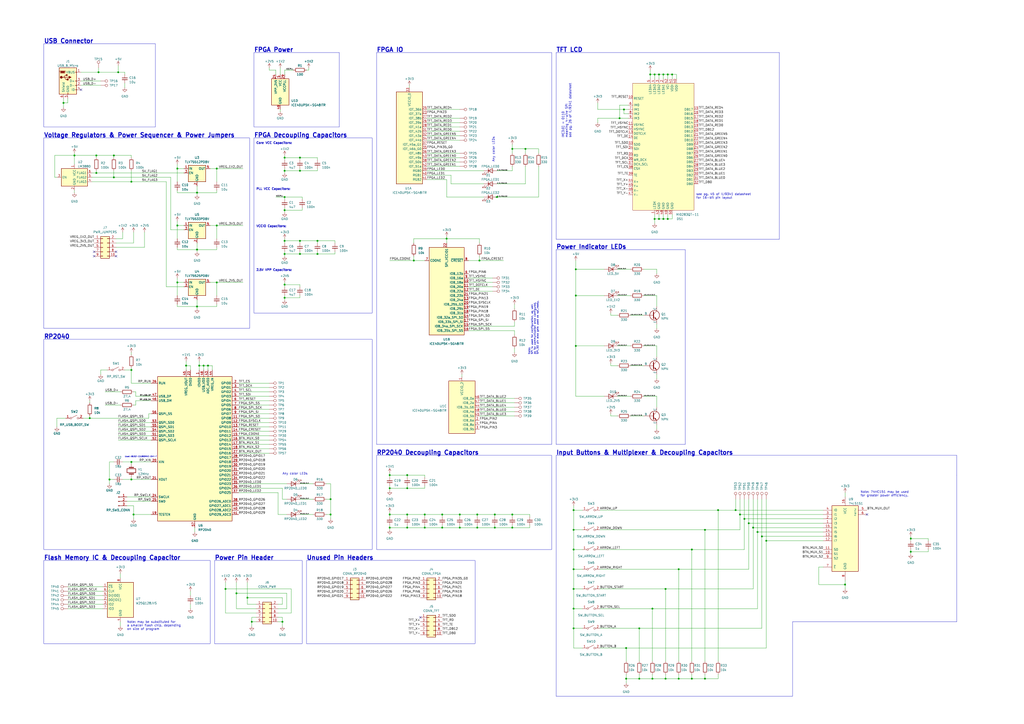
<source format=kicad_sch>
(kicad_sch (version 20230121) (generator eeschema)
  (paper "A2")
  (junction (at 191.77 289.56))
  (junction (at 382.27 43.18))
  (junction (at 236.22 275.59))
  (junction (at 143.51 346.71))
  (junction (at 386.08 393.7))
  (junction (at 276.86 298.45))
  (junction (at 361.95 63.5))
  (junction (at 240.03 151.13))
  (junction (at 107.95 212.09))
  (junction (at 102.87 130.81))
  (junction (at 68.58 41.91))
  (junction (at 173.99 99.06))
  (junction (at 236.22 298.45))
  (junction (at 387.35 43.18))
  (junction (at 304.8 86.36))
  (junction (at 256.54 306.07))
  (junction (at 401.32 318.77))
  (junction (at 165.1 165.1))
  (junction (at 363.22 393.7))
  (junction (at 393.7 330.2))
  (junction (at 426.72 295.91))
  (junction (at 184.15 147.32))
  (junction (at 387.35 127))
  (junction (at 76.2 278.13))
  (junction (at 226.06 283.21))
  (junction (at 377.19 43.18))
  (junction (at 287.02 298.45))
  (junction (at 76.2 105.41))
  (junction (at 163.83 360.68))
  (junction (at 441.96 311.15))
  (junction (at 165.1 91.44))
  (junction (at 66.04 90.17))
  (junction (at 332.74 353.06))
  (junction (at 236.22 306.07))
  (junction (at 125.73 163.83))
  (junction (at 256.54 298.45))
  (junction (at 297.18 86.36))
  (junction (at 226.06 306.07))
  (junction (at 332.74 330.2))
  (junction (at 76.2 214.63))
  (junction (at 288.29 114.3))
  (junction (at 236.22 283.21))
  (junction (at 114.3 111.76))
  (junction (at 431.8 300.99))
  (junction (at 359.41 68.58))
  (junction (at 434.34 303.53))
  (junction (at 363.22 375.92))
  (junction (at 332.74 295.91))
  (junction (at 165.1 147.32))
  (junction (at 429.26 298.45))
  (junction (at 102.87 97.79))
  (junction (at 165.1 139.7))
  (junction (at 57.15 41.91))
  (junction (at 125.73 130.81))
  (junction (at 173.99 139.7))
  (junction (at 386.08 341.63))
  (junction (at 125.73 97.79))
  (junction (at 76.2 267.97))
  (junction (at 114.3 177.8))
  (junction (at 55.88 90.17))
  (junction (at 332.74 318.77))
  (junction (at 266.7 306.07))
  (junction (at 246.38 298.45))
  (junction (at 114.3 144.78))
  (junction (at 297.18 298.45))
  (junction (at 444.5 313.69))
  (junction (at 436.88 306.07))
  (junction (at 66.04 102.87))
  (junction (at 528.32 320.04))
  (junction (at 401.32 393.7))
  (junction (at 173.99 147.32))
  (junction (at 528.32 312.42))
  (junction (at 118.11 212.09))
  (junction (at 130.81 341.63))
  (junction (at 332.74 341.63))
  (junction (at 297.18 306.07))
  (junction (at 408.94 393.7))
  (junction (at 382.27 127))
  (junction (at 378.46 353.06))
  (junction (at 137.16 344.17))
  (junction (at 165.1 99.06))
  (junction (at 165.1 121.92))
  (junction (at 115.57 212.09))
  (junction (at 120.65 212.09))
  (junction (at 102.87 163.83))
  (junction (at 43.18 90.17))
  (junction (at 379.73 43.18))
  (junction (at 416.56 295.91))
  (junction (at 52.07 242.57))
  (junction (at 287.02 306.07))
  (junction (at 55.88 100.33))
  (junction (at 278.13 151.13))
  (junction (at 165.1 114.3))
  (junction (at 370.84 393.7))
  (junction (at 384.81 127))
  (junction (at 226.06 298.45))
  (junction (at 191.77 298.45))
  (junction (at 408.94 307.34))
  (junction (at 490.22 339.09))
  (junction (at 184.15 139.7))
  (junction (at 334.01 171.45))
  (junction (at 439.42 308.61))
  (junction (at 332.74 364.49))
  (junction (at 332.74 307.34))
  (junction (at 63.5 278.13))
  (junction (at 165.1 172.72))
  (junction (at 259.08 138.43))
  (junction (at 393.7 393.7))
  (junction (at 384.81 43.18))
  (junction (at 146.05 360.68))
  (junction (at 334.01 200.66))
  (junction (at 173.99 91.44))
  (junction (at 266.7 298.45))
  (junction (at 370.84 364.49))
  (junction (at 276.86 306.07))
  (junction (at 389.89 43.18))
  (junction (at 334.01 156.21))
  (junction (at 36.83 59.69))
  (junction (at 246.38 306.07))
  (junction (at 226.06 275.59))
  (junction (at 77.47 298.45))
  (junction (at 379.73 127))
  (junction (at 378.46 393.7))
  (no_connect (at 54.61 146.05))
  (no_connect (at 243.84 358.14))
  (no_connect (at 67.31 148.59))
  (no_connect (at 46.99 52.07))
  (no_connect (at 54.61 148.59))
  (no_connect (at 502.92 298.45))
  (no_connect (at 67.31 146.05))
  (wire (pts (xy 393.7 393.7) (xy 401.32 393.7)))
  (wire (pts (xy 259.08 138.43) (xy 278.13 138.43)))
  (wire (pts (xy 137.16 344.17) (xy 137.16 353.06)))
  (wire (pts (xy 107.95 209.55) (xy 107.95 212.09)))
  (polyline (pts (xy 554.99 264.16) (xy 554.99 275.59)))
  (wire (pts (xy 387.35 127) (xy 389.89 127)))
  (wire (pts (xy 33.02 242.57) (xy 38.1 242.57)))
  (wire (pts (xy 69.85 332.74) (xy 69.85 335.28)))
  (wire (pts (xy 444.5 289.56) (xy 444.5 313.69)))
  (wire (pts (xy 373.38 229.87) (xy 381 229.87)))
  (wire (pts (xy 102.87 144.78) (xy 114.3 144.78)))
  (wire (pts (xy 73.66 293.37) (xy 77.47 293.37)))
  (wire (pts (xy 46.99 46.99) (xy 58.42 46.99)))
  (wire (pts (xy 33.02 242.57) (xy 33.02 247.65)))
  (wire (pts (xy 165.1 114.3) (xy 165.1 115.57)))
  (wire (pts (xy 173.99 139.7) (xy 173.99 140.97)))
  (wire (pts (xy 138.43 280.67) (xy 166.37 280.67)))
  (wire (pts (xy 389.89 43.18) (xy 389.89 45.72)))
  (wire (pts (xy 58.42 214.63) (xy 62.23 214.63)))
  (wire (pts (xy 102.87 143.51) (xy 102.87 144.78)))
  (wire (pts (xy 77.47 227.33) (xy 78.74 227.33)))
  (wire (pts (xy 138.43 283.21) (xy 163.83 283.21)))
  (polyline (pts (xy 322.58 264.16) (xy 322.58 403.86)))
  (wire (pts (xy 115.57 209.55) (xy 115.57 212.09)))
  (wire (pts (xy 261.62 106.68) (xy 280.67 106.68)))
  (wire (pts (xy 53.34 100.33) (xy 55.88 100.33)))
  (wire (pts (xy 365.76 182.88) (xy 373.38 182.88)))
  (wire (pts (xy 236.22 283.21) (xy 246.38 283.21)))
  (wire (pts (xy 266.7 306.07) (xy 276.86 306.07)))
  (wire (pts (xy 137.16 353.06) (xy 148.59 353.06)))
  (wire (pts (xy 173.99 146.05) (xy 173.99 147.32)))
  (wire (pts (xy 115.57 212.09) (xy 115.57 214.63)))
  (wire (pts (xy 246.38 298.45) (xy 246.38 299.72)))
  (wire (pts (xy 490.22 336.55) (xy 490.22 339.09)))
  (wire (pts (xy 66.04 102.87) (xy 99.06 102.87)))
  (wire (pts (xy 63.5 278.13) (xy 63.5 280.67)))
  (wire (pts (xy 71.12 134.62) (xy 71.12 138.43)))
  (wire (pts (xy 347.98 364.49) (xy 370.84 364.49)))
  (wire (pts (xy 382.27 43.18) (xy 382.27 45.72)))
  (wire (pts (xy 240.03 138.43) (xy 259.08 138.43)))
  (wire (pts (xy 386.08 393.7) (xy 393.7 393.7)))
  (wire (pts (xy 138.43 242.57) (xy 156.21 242.57)))
  (wire (pts (xy 125.73 130.81) (xy 140.97 130.81)))
  (wire (pts (xy 165.1 123.19) (xy 165.1 121.92)))
  (wire (pts (xy 347.98 318.77) (xy 401.32 318.77)))
  (wire (pts (xy 266.7 298.45) (xy 266.7 299.72)))
  (wire (pts (xy 121.92 97.79) (xy 125.73 97.79)))
  (wire (pts (xy 125.73 143.51) (xy 125.73 144.78)))
  (wire (pts (xy 266.7 304.8) (xy 266.7 306.07)))
  (wire (pts (xy 138.43 229.87) (xy 156.21 229.87)))
  (wire (pts (xy 191.77 289.56) (xy 191.77 298.45)))
  (wire (pts (xy 76.2 222.25) (xy 87.63 222.25)))
  (wire (pts (xy 347.98 375.92) (xy 363.22 375.92)))
  (wire (pts (xy 379.73 127) (xy 379.73 129.54)))
  (wire (pts (xy 96.52 166.37) (xy 106.68 166.37)))
  (wire (pts (xy 173.99 91.44) (xy 184.15 91.44)))
  (wire (pts (xy 426.72 289.56) (xy 426.72 295.91)))
  (wire (pts (xy 43.18 88.9) (xy 43.18 90.17)))
  (wire (pts (xy 431.8 300.99) (xy 477.52 300.99)))
  (wire (pts (xy 125.73 163.83) (xy 140.97 163.83)))
  (wire (pts (xy 76.2 214.63) (xy 76.2 222.25)))
  (wire (pts (xy 66.04 90.17) (xy 76.2 90.17)))
  (wire (pts (xy 334.01 171.45) (xy 334.01 200.66)))
  (wire (pts (xy 392.43 43.18) (xy 392.43 45.72)))
  (wire (pts (xy 236.22 281.94) (xy 236.22 283.21)))
  (wire (pts (xy 266.7 78.74) (xy 247.65 78.74)))
  (wire (pts (xy 373.38 200.66) (xy 381 200.66)))
  (wire (pts (xy 130.81 341.63) (xy 168.91 341.63)))
  (wire (pts (xy 184.15 147.32) (xy 194.31 147.32)))
  (wire (pts (xy 332.74 318.77) (xy 332.74 330.2)))
  (wire (pts (xy 278.13 151.13) (xy 292.1 151.13)))
  (wire (pts (xy 346.71 59.69) (xy 346.71 63.5)))
  (wire (pts (xy 287.02 298.45) (xy 287.02 299.72)))
  (wire (pts (xy 226.06 298.45) (xy 236.22 298.45)))
  (wire (pts (xy 266.7 81.28) (xy 247.65 81.28)))
  (wire (pts (xy 76.2 276.86) (xy 76.2 278.13)))
  (wire (pts (xy 387.35 124.46) (xy 387.35 127)))
  (wire (pts (xy 226.06 274.32) (xy 226.06 275.59)))
  (wire (pts (xy 354.33 241.3) (xy 358.14 241.3)))
  (wire (pts (xy 173.99 139.7) (xy 184.15 139.7)))
  (wire (pts (xy 121.92 130.81) (xy 125.73 130.81)))
  (wire (pts (xy 78.74 227.33) (xy 78.74 229.87)))
  (wire (pts (xy 76.2 99.06) (xy 76.2 105.41)))
  (wire (pts (xy 538.48 318.77) (xy 538.48 320.04)))
  (wire (pts (xy 137.16 337.82) (xy 137.16 344.17)))
  (wire (pts (xy 138.43 260.35) (xy 156.21 260.35)))
  (wire (pts (xy 332.74 341.63) (xy 332.74 353.06)))
  (wire (pts (xy 298.45 204.47) (xy 298.45 201.93)))
  (wire (pts (xy 173.99 97.79) (xy 173.99 99.06)))
  (wire (pts (xy 138.43 247.65) (xy 156.21 247.65)))
  (wire (pts (xy 370.84 391.16) (xy 370.84 393.7)))
  (wire (pts (xy 370.84 364.49) (xy 441.96 364.49)))
  (wire (pts (xy 71.12 278.13) (xy 76.2 278.13)))
  (wire (pts (xy 236.22 298.45) (xy 236.22 299.72)))
  (wire (pts (xy 125.73 97.79) (xy 140.97 97.79)))
  (wire (pts (xy 77.47 234.95) (xy 78.74 234.95)))
  (wire (pts (xy 389.89 124.46) (xy 389.89 127)))
  (wire (pts (xy 102.87 130.81) (xy 102.87 138.43)))
  (wire (pts (xy 379.73 43.18) (xy 379.73 45.72)))
  (wire (pts (xy 163.83 283.21) (xy 163.83 289.56)))
  (wire (pts (xy 102.87 95.25) (xy 102.87 97.79)))
  (wire (pts (xy 439.42 289.56) (xy 439.42 308.61)))
  (wire (pts (xy 67.31 138.43) (xy 71.12 138.43)))
  (wire (pts (xy 358.14 156.21) (xy 365.76 156.21)))
  (wire (pts (xy 240.03 151.13) (xy 246.38 151.13)))
  (wire (pts (xy 276.86 298.45) (xy 287.02 298.45)))
  (wire (pts (xy 55.88 90.17) (xy 66.04 90.17)))
  (wire (pts (xy 307.34 298.45) (xy 307.34 299.72)))
  (wire (pts (xy 370.84 393.7) (xy 378.46 393.7)))
  (wire (pts (xy 287.02 298.45) (xy 297.18 298.45)))
  (wire (pts (xy 110.49 212.09) (xy 110.49 214.63)))
  (wire (pts (xy 156.21 40.64) (xy 160.02 40.64)))
  (wire (pts (xy 114.3 144.78) (xy 125.73 144.78)))
  (wire (pts (xy 173.99 147.32) (xy 184.15 147.32)))
  (wire (pts (xy 365.76 212.09) (xy 373.38 212.09)))
  (wire (pts (xy 538.48 312.42) (xy 538.48 313.69)))
  (wire (pts (xy 401.32 391.16) (xy 401.32 393.7)))
  (wire (pts (xy 138.43 224.79) (xy 156.21 224.79)))
  (wire (pts (xy 359.41 60.96) (xy 359.41 68.58)))
  (wire (pts (xy 276.86 304.8) (xy 276.86 306.07)))
  (wire (pts (xy 332.74 330.2) (xy 337.82 330.2)))
  (wire (pts (xy 373.38 156.21) (xy 381 156.21)))
  (wire (pts (xy 165.1 40.64) (xy 165.1 43.18)))
  (wire (pts (xy 312.42 96.52) (xy 312.42 114.3)))
  (wire (pts (xy 78.74 232.41) (xy 78.74 234.95)))
  (wire (pts (xy 77.47 298.45) (xy 77.47 300.99)))
  (wire (pts (xy 77.47 293.37) (xy 77.47 298.45)))
  (wire (pts (xy 379.73 124.46) (xy 379.73 127)))
  (wire (pts (xy 68.58 255.27) (xy 87.63 255.27)))
  (wire (pts (xy 68.58 245.11) (xy 87.63 245.11)))
  (wire (pts (xy 102.87 163.83) (xy 102.87 171.45)))
  (wire (pts (xy 226.06 297.18) (xy 226.06 298.45)))
  (wire (pts (xy 113.03 306.07) (xy 113.03 308.61)))
  (wire (pts (xy 334.01 156.21) (xy 334.01 171.45)))
  (wire (pts (xy 285.75 163.83) (xy 271.78 163.83)))
  (wire (pts (xy 179.07 39.37) (xy 179.07 40.64)))
  (wire (pts (xy 66.04 99.06) (xy 66.04 102.87)))
  (wire (pts (xy 78.74 232.41) (xy 87.63 232.41)))
  (wire (pts (xy 416.56 295.91) (xy 426.72 295.91)))
  (wire (pts (xy 102.87 177.8) (xy 114.3 177.8)))
  (wire (pts (xy 334.01 156.21) (xy 350.52 156.21)))
  (wire (pts (xy 123.19 212.09) (xy 123.19 214.63)))
  (wire (pts (xy 393.7 391.16) (xy 393.7 393.7)))
  (wire (pts (xy 77.47 298.45) (xy 87.63 298.45)))
  (wire (pts (xy 381 217.17) (xy 381 219.71)))
  (wire (pts (xy 259.08 138.43) (xy 259.08 140.97)))
  (wire (pts (xy 55.88 99.06) (xy 55.88 100.33)))
  (wire (pts (xy 354.33 212.09) (xy 358.14 212.09)))
  (wire (pts (xy 298.45 238.76) (xy 278.13 238.76)))
  (wire (pts (xy 304.8 96.52) (xy 304.8 106.68)))
  (wire (pts (xy 436.88 306.07) (xy 477.52 306.07)))
  (wire (pts (xy 173.99 171.45) (xy 173.99 172.72)))
  (polyline (pts (xy 459.74 360.68) (xy 554.99 360.68)))
  (wire (pts (xy 165.1 165.1) (xy 173.99 165.1)))
  (wire (pts (xy 528.32 312.42) (xy 528.32 313.69)))
  (wire (pts (xy 173.99 280.67) (xy 181.61 280.67)))
  (wire (pts (xy 256.54 298.45) (xy 256.54 299.72)))
  (wire (pts (xy 247.65 104.14) (xy 259.08 104.14)))
  (wire (pts (xy 381 246.38) (xy 381 248.92)))
  (wire (pts (xy 161.29 350.52) (xy 163.83 350.52)))
  (wire (pts (xy 528.32 318.77) (xy 528.32 320.04)))
  (wire (pts (xy 68.58 250.19) (xy 87.63 250.19)))
  (wire (pts (xy 298.45 176.53) (xy 298.45 179.07)))
  (wire (pts (xy 236.22 275.59) (xy 246.38 275.59)))
  (wire (pts (xy 114.3 177.8) (xy 114.3 179.07)))
  (wire (pts (xy 237.49 49.53) (xy 237.49 50.8)))
  (wire (pts (xy 107.95 212.09) (xy 107.95 214.63)))
  (wire (pts (xy 393.7 330.2) (xy 393.7 383.54)))
  (wire (pts (xy 165.1 147.32) (xy 173.99 147.32)))
  (wire (pts (xy 114.3 144.78) (xy 114.3 146.05)))
  (wire (pts (xy 60.96 234.95) (xy 69.85 234.95)))
  (wire (pts (xy 334.01 171.45) (xy 350.52 171.45)))
  (wire (pts (xy 52.07 241.3) (xy 52.07 242.57)))
  (wire (pts (xy 278.13 148.59) (xy 278.13 151.13)))
  (wire (pts (xy 110.49 342.9) (xy 110.49 345.44)))
  (wire (pts (xy 347.98 295.91) (xy 416.56 295.91)))
  (wire (pts (xy 96.52 105.41) (xy 96.52 166.37)))
  (wire (pts (xy 226.06 283.21) (xy 236.22 283.21)))
  (wire (pts (xy 332.74 353.06) (xy 332.74 364.49)))
  (wire (pts (xy 46.99 41.91) (xy 57.15 41.91)))
  (wire (pts (xy 107.95 212.09) (xy 110.49 212.09)))
  (wire (pts (xy 161.29 358.14) (xy 163.83 358.14)))
  (wire (pts (xy 165.1 91.44) (xy 165.1 92.71)))
  (wire (pts (xy 165.1 120.65) (xy 165.1 121.92)))
  (wire (pts (xy 161.29 353.06) (xy 166.37 353.06)))
  (wire (pts (xy 285.75 161.29) (xy 271.78 161.29)))
  (wire (pts (xy 393.7 330.2) (xy 434.34 330.2)))
  (wire (pts (xy 441.96 311.15) (xy 477.52 311.15)))
  (wire (pts (xy 86.36 240.03) (xy 86.36 242.57)))
  (wire (pts (xy 379.73 43.18) (xy 382.27 43.18)))
  (wire (pts (xy 298.45 186.69) (xy 298.45 189.23)))
  (wire (pts (xy 373.38 171.45) (xy 381 171.45)))
  (wire (pts (xy 278.13 138.43) (xy 278.13 140.97)))
  (wire (pts (xy 297.18 86.36) (xy 304.8 86.36)))
  (wire (pts (xy 236.22 304.8) (xy 236.22 306.07)))
  (wire (pts (xy 271.78 189.23) (xy 298.45 189.23)))
  (wire (pts (xy 247.65 99.06) (xy 280.67 99.06)))
  (wire (pts (xy 114.3 173.99) (xy 114.3 177.8)))
  (wire (pts (xy 130.81 337.82) (xy 130.81 341.63)))
  (wire (pts (xy 266.7 63.5) (xy 247.65 63.5)))
  (wire (pts (xy 184.15 91.44) (xy 184.15 92.71)))
  (wire (pts (xy 163.83 358.14) (xy 163.83 360.68)))
  (wire (pts (xy 73.66 290.83) (xy 87.63 290.83)))
  (wire (pts (xy 429.26 289.56) (xy 429.26 298.45)))
  (wire (pts (xy 334.01 200.66) (xy 350.52 200.66)))
  (wire (pts (xy 138.43 250.19) (xy 156.21 250.19)))
  (wire (pts (xy 490.22 339.09) (xy 490.22 341.63)))
  (wire (pts (xy 246.38 304.8) (xy 246.38 306.07)))
  (wire (pts (xy 52.07 242.57) (xy 86.36 242.57)))
  (wire (pts (xy 63.5 267.97) (xy 63.5 278.13)))
  (wire (pts (xy 266.7 76.2) (xy 247.65 76.2)))
  (wire (pts (xy 287.02 306.07) (xy 297.18 306.07)))
  (wire (pts (xy 431.8 289.56) (xy 431.8 300.99)))
  (wire (pts (xy 162.56 39.37) (xy 162.56 43.18)))
  (wire (pts (xy 266.7 93.98) (xy 247.65 93.98)))
  (wire (pts (xy 332.74 295.91) (xy 337.82 295.91)))
  (wire (pts (xy 401.32 318.77) (xy 401.32 383.54)))
  (wire (pts (xy 298.45 233.68) (xy 278.13 233.68)))
  (wire (pts (xy 332.74 307.34) (xy 332.74 318.77)))
  (wire (pts (xy 256.54 306.07) (xy 266.7 306.07)))
  (wire (pts (xy 57.15 41.91) (xy 68.58 41.91)))
  (wire (pts (xy 189.23 280.67) (xy 191.77 280.67)))
  (wire (pts (xy 72.39 41.91) (xy 72.39 43.18)))
  (wire (pts (xy 165.1 114.3) (xy 175.26 114.3)))
  (wire (pts (xy 175.26 120.65) (xy 175.26 121.92)))
  (wire (pts (xy 441.96 311.15) (xy 441.96 364.49)))
  (wire (pts (xy 439.42 308.61) (xy 477.52 308.61)))
  (wire (pts (xy 441.96 289.56) (xy 441.96 311.15)))
  (wire (pts (xy 138.43 255.27) (xy 156.21 255.27)))
  (wire (pts (xy 276.86 298.45) (xy 276.86 299.72)))
  (wire (pts (xy 125.73 110.49) (xy 125.73 111.76)))
  (wire (pts (xy 334.01 151.13) (xy 334.01 156.21)))
  (wire (pts (xy 68.58 247.65) (xy 87.63 247.65)))
  (wire (pts (xy 173.99 91.44) (xy 173.99 92.71)))
  (wire (pts (xy 165.1 172.72) (xy 173.99 172.72)))
  (wire (pts (xy 240.03 138.43) (xy 240.03 140.97)))
  (wire (pts (xy 138.43 232.41) (xy 156.21 232.41)))
  (wire (pts (xy 138.43 222.25) (xy 156.21 222.25)))
  (wire (pts (xy 114.3 140.97) (xy 114.3 144.78)))
  (wire (pts (xy 377.19 40.64) (xy 377.19 43.18)))
  (wire (pts (xy 76.2 205.74) (xy 76.2 204.47)))
  (wire (pts (xy 130.81 355.6) (xy 148.59 355.6)))
  (wire (pts (xy 347.98 307.34) (xy 408.94 307.34)))
  (wire (pts (xy 387.35 43.18) (xy 389.89 43.18)))
  (wire (pts (xy 490.22 285.75) (xy 490.22 288.29)))
  (wire (pts (xy 298.45 236.22) (xy 278.13 236.22)))
  (wire (pts (xy 72.39 214.63) (xy 76.2 214.63)))
  (wire (pts (xy 361.95 63.5) (xy 364.49 63.5)))
  (wire (pts (xy 31.75 90.17) (xy 43.18 90.17)))
  (wire (pts (xy 381 200.66) (xy 381 207.01)))
  (wire (pts (xy 408.94 307.34) (xy 408.94 383.54)))
  (wire (pts (xy 76.2 267.97) (xy 87.63 267.97)))
  (wire (pts (xy 382.27 43.18) (xy 384.81 43.18)))
  (wire (pts (xy 168.91 341.63) (xy 168.91 355.6)))
  (wire (pts (xy 266.7 88.9) (xy 247.65 88.9)))
  (wire (pts (xy 386.08 341.63) (xy 436.88 341.63)))
  (wire (pts (xy 297.18 306.07) (xy 307.34 306.07)))
  (wire (pts (xy 99.06 102.87) (xy 99.06 133.35)))
  (wire (pts (xy 165.1 91.44) (xy 173.99 91.44)))
  (wire (pts (xy 236.22 306.07) (xy 246.38 306.07)))
  (wire (pts (xy 39.37 345.44) (xy 59.69 345.44)))
  (wire (pts (xy 266.7 96.52) (xy 247.65 96.52)))
  (wire (pts (xy 266.7 71.12) (xy 247.65 71.12)))
  (wire (pts (xy 408.94 393.7) (xy 416.56 393.7)))
  (wire (pts (xy 130.81 341.63) (xy 130.81 355.6)))
  (wire (pts (xy 259.08 104.14) (xy 259.08 114.3)))
  (wire (pts (xy 71.12 267.97) (xy 76.2 267.97)))
  (wire (pts (xy 63.5 267.97) (xy 66.04 267.97)))
  (wire (pts (xy 137.16 344.17) (xy 166.37 344.17)))
  (wire (pts (xy 332.74 307.34) (xy 337.82 307.34)))
  (wire (pts (xy 346.71 63.5) (xy 361.95 63.5)))
  (wire (pts (xy 361.95 63.5) (xy 361.95 66.04)))
  (wire (pts (xy 118.11 212.09) (xy 118.11 214.63)))
  (wire (pts (xy 161.29 355.6) (xy 168.91 355.6)))
  (wire (pts (xy 138.43 240.03) (xy 156.21 240.03)))
  (wire (pts (xy 297.18 86.36) (xy 297.18 88.9)))
  (wire (pts (xy 78.74 229.87) (xy 87.63 229.87)))
  (wire (pts (xy 434.34 303.53) (xy 434.34 330.2)))
  (wire (pts (xy 297.18 298.45) (xy 307.34 298.45)))
  (wire (pts (xy 138.43 245.11) (xy 156.21 245.11)))
  (wire (pts (xy 377.19 43.18) (xy 379.73 43.18)))
  (wire (pts (xy 226.06 283.21) (xy 226.06 284.48)))
  (wire (pts (xy 76.2 278.13) (xy 87.63 278.13)))
  (wire (pts (xy 191.77 298.45) (xy 191.77 300.99)))
  (wire (pts (xy 163.83 289.56) (xy 166.37 289.56)))
  (wire (pts (xy 31.75 90.17) (xy 31.75 102.87)))
  (wire (pts (xy 146.05 358.14) (xy 148.59 358.14)))
  (wire (pts (xy 165.1 173.99) (xy 165.1 172.72)))
  (wire (pts (xy 431.8 300.99) (xy 431.8 318.77)))
  (wire (pts (xy 160.02 114.3) (xy 165.1 114.3)))
  (wire (pts (xy 63.5 278.13) (xy 66.04 278.13)))
  (wire (pts (xy 55.88 100.33) (xy 106.68 100.33)))
  (wire (pts (xy 266.7 298.45) (xy 276.86 298.45)))
  (wire (pts (xy 102.87 176.53) (xy 102.87 177.8)))
  (wire (pts (xy 384.81 124.46) (xy 384.81 127)))
  (wire (pts (xy 354.33 181.61) (xy 354.33 182.88)))
  (wire (pts (xy 173.99 99.06) (xy 184.15 99.06)))
  (wire (pts (xy 39.37 340.36) (xy 59.69 340.36)))
  (wire (pts (xy 175.26 114.3) (xy 175.26 115.57)))
  (wire (pts (xy 382.27 127) (xy 384.81 127)))
  (wire (pts (xy 191.77 280.67) (xy 191.77 289.56)))
  (wire (pts (xy 165.1 99.06) (xy 173.99 99.06)))
  (wire (pts (xy 246.38 298.45) (xy 256.54 298.45)))
  (wire (pts (xy 146.05 360.68) (xy 146.05 363.22)))
  (wire (pts (xy 358.14 171.45) (xy 365.76 171.45)))
  (wire (pts (xy 173.99 165.1) (xy 173.99 166.37)))
  (wire (pts (xy 287.02 304.8) (xy 287.02 306.07)))
  (wire (pts (xy 165.1 139.7) (xy 165.1 140.97)))
  (wire (pts (xy 114.3 107.95) (xy 114.3 111.76)))
  (wire (pts (xy 408.94 391.16) (xy 408.94 393.7)))
  (wire (pts (xy 102.87 111.76) (xy 114.3 111.76)))
  (wire (pts (xy 386.08 341.63) (xy 386.08 383.54)))
  (wire (pts (xy 66.04 90.17) (xy 66.04 91.44)))
  (wire (pts (xy 426.72 295.91) (xy 477.52 295.91)))
  (polyline (pts (xy 554.99 275.59) (xy 554.99 360.68)))
  (wire (pts (xy 53.34 105.41) (xy 76.2 105.41)))
  (wire (pts (xy 474.98 339.09) (xy 490.22 339.09)))
  (wire (pts (xy 52.07 233.68) (xy 52.07 232.41)))
  (wire (pts (xy 115.57 212.09) (xy 118.11 212.09)))
  (wire (pts (xy 288.29 114.3) (xy 287.02 114.3)))
  (wire (pts (xy 332.74 353.06) (xy 337.82 353.06)))
  (wire (pts (xy 363.22 391.16) (xy 363.22 393.7)))
  (wire (pts (xy 102.87 163.83) (xy 106.68 163.83)))
  (wire (pts (xy 347.98 330.2) (xy 393.7 330.2)))
  (wire (pts (xy 474.98 328.93) (xy 477.52 328.93)))
  (wire (pts (xy 378.46 353.06) (xy 378.46 383.54)))
  (wire (pts (xy 138.43 227.33) (xy 156.21 227.33)))
  (wire (pts (xy 528.32 320.04) (xy 538.48 320.04)))
  (wire (pts (xy 377.19 43.18) (xy 377.19 45.72)))
  (wire (pts (xy 332.74 295.91) (xy 332.74 307.34)))
  (wire (pts (xy 347.98 353.06) (xy 378.46 353.06)))
  (wire (pts (xy 528.32 311.15) (xy 528.32 312.42)))
  (wire (pts (xy 36.83 59.69) (xy 36.83 62.23)))
  (wire (pts (xy 184.15 139.7) (xy 184.15 140.97)))
  (wire (pts (xy 266.7 91.44) (xy 247.65 91.44)))
  (wire (pts (xy 285.75 168.91) (xy 271.78 168.91)))
  (wire (pts (xy 444.5 313.69) (xy 444.5 375.92)))
  (wire (pts (xy 165.1 165.1) (xy 165.1 166.37)))
  (wire (pts (xy 347.98 341.63) (xy 386.08 341.63)))
  (wire (pts (xy 436.88 289.56) (xy 436.88 306.07)))
  (wire (pts (xy 240.03 148.59) (xy 240.03 151.13)))
  (wire (pts (xy 236.22 275.59) (xy 236.22 276.86)))
  (wire (pts (xy 266.7 68.58) (xy 247.65 68.58)))
  (wire (pts (xy 378.46 393.7) (xy 386.08 393.7)))
  (wire (pts (xy 114.3 177.8) (xy 125.73 177.8)))
  (wire (pts (xy 165.1 90.17) (xy 165.1 91.44)))
  (wire (pts (xy 165.1 97.79) (xy 165.1 99.06)))
  (wire (pts (xy 304.8 86.36) (xy 304.8 88.9)))
  (wire (pts (xy 99.06 133.35) (xy 106.68 133.35)))
  (wire (pts (xy 125.73 130.81) (xy 125.73 138.43)))
  (wire (pts (xy 68.58 252.73) (xy 87.63 252.73)))
  (wire (pts (xy 346.71 68.58) (xy 346.71 71.12)))
  (wire (pts (xy 297.18 298.45) (xy 297.18 299.72)))
  (wire (pts (xy 256.54 304.8) (xy 256.54 306.07)))
  (wire (pts (xy 381 229.87) (xy 381 236.22)))
  (wire (pts (xy 436.88 306.07) (xy 436.88 341.63)))
  (wire (pts (xy 163.83 346.71) (xy 163.83 350.52)))
  (wire (pts (xy 288.29 114.3) (xy 312.42 114.3)))
  (wire (pts (xy 165.1 40.64) (xy 170.18 40.64)))
  (wire (pts (xy 297.18 304.8) (xy 297.18 306.07)))
  (wire (pts (xy 39.37 347.98) (xy 59.69 347.98)))
  (wire (pts (xy 416.56 295.91) (xy 416.56 383.54)))
  (wire (pts (xy 110.49 350.52) (xy 110.49 353.06)))
  (wire (pts (xy 86.36 240.03) (xy 87.63 240.03)))
  (wire (pts (xy 73.66 288.29) (xy 87.63 288.29)))
  (wire (pts (xy 266.7 73.66) (xy 247.65 73.66)))
  (wire (pts (xy 401.32 393.7) (xy 408.94 393.7)))
  (wire (pts (xy 226.06 298.45) (xy 226.06 299.72)))
  (wire (pts (xy 312.42 86.36) (xy 312.42 88.9)))
  (wire (pts (xy 125.73 163.83) (xy 125.73 171.45)))
  (wire (pts (xy 138.43 257.81) (xy 156.21 257.81)))
  (wire (pts (xy 384.81 127) (xy 387.35 127)))
  (wire (pts (xy 408.94 307.34) (xy 429.26 307.34)))
  (wire (pts (xy 387.35 43.18) (xy 387.35 45.72)))
  (wire (pts (xy 434.34 303.53) (xy 477.52 303.53)))
  (wire (pts (xy 125.73 97.79) (xy 125.73 105.41)))
  (wire (pts (xy 102.87 128.27) (xy 102.87 130.81)))
  (wire (pts (xy 332.74 364.49) (xy 337.82 364.49)))
  (wire (pts (xy 381 156.21) (xy 381 158.75)))
  (wire (pts (xy 259.08 114.3) (xy 280.67 114.3)))
  (wire (pts (xy 297.18 96.52) (xy 297.18 99.06)))
  (wire (pts (xy 256.54 298.45) (xy 266.7 298.45)))
  (wire (pts (xy 118.11 212.09) (xy 120.65 212.09)))
  (wire (pts (xy 67.31 143.51) (xy 83.82 143.51)))
  (wire (pts (xy 298.45 241.3) (xy 278.13 241.3)))
  (wire (pts (xy 138.43 262.89) (xy 156.21 262.89)))
  (wire (pts (xy 267.97 217.17) (xy 267.97 218.44)))
  (wire (pts (xy 429.26 298.45) (xy 477.52 298.45)))
  (wire (pts (xy 288.29 106.68) (xy 304.8 106.68)))
  (wire (pts (xy 76.2 267.97) (xy 76.2 269.24)))
  (wire (pts (xy 246.38 306.07) (xy 256.54 306.07)))
  (wire (pts (xy 53.34 102.87) (xy 66.04 102.87)))
  (wire (pts (xy 304.8 86.36) (xy 312.42 86.36)))
  (wire (pts (xy 384.81 43.18) (xy 387.35 43.18)))
  (polyline (pts (xy 459.74 360.68) (xy 459.74 403.86)))
  (wire (pts (xy 143.51 346.71) (xy 163.83 346.71)))
  (wire (pts (xy 114.3 111.76) (xy 114.3 113.03)))
  (wire (pts (xy 359.41 68.58) (xy 364.49 68.58)))
  (wire (pts (xy 102.87 97.79) (xy 102.87 105.41)))
  (wire (pts (xy 138.43 234.95) (xy 156.21 234.95)))
  (wire (pts (xy 354.33 240.03) (xy 354.33 241.3)))
  (wire (pts (xy 36.83 59.69) (xy 39.37 59.69)))
  (wire (pts (xy 146.05 360.68) (xy 148.59 360.68)))
  (wire (pts (xy 166.37 344.17) (xy 166.37 353.06)))
  (wire (pts (xy 143.51 346.71) (xy 143.51 350.52)))
  (wire (pts (xy 226.06 306.07) (xy 236.22 306.07)))
  (wire (pts (xy 173.99 298.45) (xy 181.61 298.45)))
  (wire (pts (xy 332.74 318.77) (xy 337.82 318.77)))
  (wire (pts (xy 332.74 364.49) (xy 332.74 375.92)))
  (wire (pts (xy 307.34 304.8) (xy 307.34 306.07)))
  (wire (pts (xy 474.98 328.93) (xy 474.98 339.09)))
  (polyline (pts (xy 322.58 403.86) (xy 459.74 403.86)))
  (wire (pts (xy 261.62 101.6) (xy 261.62 106.68)))
  (wire (pts (xy 389.89 43.18) (xy 392.43 43.18)))
  (wire (pts (xy 226.06 306.07) (xy 226.06 307.34)))
  (wire (pts (xy 246.38 275.59) (xy 246.38 276.86)))
  (wire (pts (xy 163.83 363.22) (xy 163.83 360.68)))
  (wire (pts (xy 165.1 146.05) (xy 165.1 147.32)))
  (wire (pts (xy 102.87 130.81) (xy 106.68 130.81)))
  (wire (pts (xy 69.85 360.68) (xy 69.85 363.22)))
  (wire (pts (xy 161.29 360.68) (xy 163.83 360.68)))
  (wire (pts (xy 138.43 237.49) (xy 156.21 237.49)))
  (wire (pts (xy 72.39 48.26) (xy 72.39 50.8)))
  (wire (pts (xy 439.42 308.61) (xy 439.42 353.06)))
  (wire (pts (xy 363.22 375.92) (xy 363.22 383.54)))
  (wire (pts (xy 236.22 298.45) (xy 246.38 298.45)))
  (wire (pts (xy 160.02 40.64) (xy 160.02 43.18)))
  (wire (pts (xy 43.18 111.76) (xy 43.18 110.49)))
  (wire (pts (xy 247.65 101.6) (xy 261.62 101.6)))
  (wire (pts (xy 184.15 146.05) (xy 184.15 147.32)))
  (wire (pts (xy 156.21 39.37) (xy 156.21 40.64)))
  (wire (pts (xy 298.45 191.77) (xy 298.45 194.31)))
  (wire (pts (xy 184.15 97.79) (xy 184.15 99.06)))
  (wire (pts (xy 184.15 139.7) (xy 194.31 139.7)))
  (wire (pts (xy 358.14 200.66) (xy 365.76 200.66)))
  (wire (pts (xy 165.1 100.33) (xy 165.1 99.06)))
  (wire (pts (xy 332.74 293.37) (xy 332.74 295.91)))
  (wire (pts (xy 189.23 298.45) (xy 191.77 298.45)))
  (wire (pts (xy 138.43 285.75) (xy 161.29 285.75)))
  (wire (pts (xy 363.22 393.7) (xy 363.22 396.24)))
  (wire (pts (xy 46.99 49.53) (xy 58.42 49.53)))
  (wire (pts (xy 528.32 312.42) (xy 538.48 312.42)))
  (wire (pts (xy 125.73 176.53) (xy 125.73 177.8)))
  (wire (pts (xy 271.78 191.77) (xy 298.45 191.77)))
  (wire (pts (xy 76.2 105.41) (xy 96.52 105.41)))
  (wire (pts (xy 334.01 229.87) (xy 350.52 229.87)))
  (wire (pts (xy 39.37 353.06) (xy 59.69 353.06)))
  (wire (pts (xy 102.87 110.49) (xy 102.87 111.76)))
  (wire (pts (xy 246.38 281.94) (xy 246.38 283.21)))
  (wire (pts (xy 226.06 275.59) (xy 226.06 276.86)))
  (wire (pts (xy 363.22 375.92) (xy 444.5 375.92)))
  (wire (pts (xy 138.43 252.73) (xy 156.21 252.73)))
  (wire (pts (xy 354.33 182.88) (xy 358.14 182.88)))
  (wire (pts (xy 334.01 200.66) (xy 334.01 229.87)))
  (wire (pts (xy 361.95 66.04) (xy 364.49 66.04)))
  (wire (pts (xy 162.56 63.5) (xy 162.56 64.77)))
  (wire (pts (xy 36.83 57.15) (xy 36.83 59.69)))
  (wire (pts (xy 48.26 242.57) (xy 52.07 242.57)))
  (wire (pts (xy 77.47 134.62) (xy 77.47 140.97)))
  (wire (pts (xy 434.34 289.56) (xy 434.34 303.53)))
  (wire (pts (xy 363.22 393.7) (xy 370.84 393.7)))
  (wire (pts (xy 165.1 147.32) (xy 165.1 148.59)))
  (wire (pts (xy 177.8 40.64) (xy 179.07 40.64)))
  (wire (pts (xy 416.56 391.16) (xy 416.56 393.7)))
  (wire (pts (xy 332.74 375.92) (xy 337.82 375.92)))
  (wire (pts (xy 271.78 151.13) (xy 278.13 151.13)))
  (wire (pts (xy 43.18 90.17) (xy 43.18 95.25)))
  (wire (pts (xy 60.96 227.33) (xy 69.85 227.33)))
  (wire (pts (xy 276.86 306.07) (xy 287.02 306.07)))
  (wire (pts (xy 189.23 289.56) (xy 191.77 289.56)))
  (wire (pts (xy 165.1 138.43) (xy 165.1 139.7)))
  (wire (pts (xy 285.75 166.37) (xy 271.78 166.37)))
  (wire (pts (xy 39.37 350.52) (xy 59.69 350.52)))
  (wire (pts (xy 120.65 212.09) (xy 120.65 214.63)))
  (wire (pts (xy 382.27 124.46) (xy 382.27 127)))
  (wire (pts (xy 378.46 353.06) (xy 439.42 353.06)))
  (wire (pts (xy 120.65 212.09) (xy 123.19 212.09)))
  (wire (pts (xy 68.58 41.91) (xy 72.39 41.91)))
  (wire (pts (xy 226.06 275.59) (xy 236.22 275.59)))
  (wire (pts (xy 259.08 137.16) (xy 259.08 138.43)))
  (wire (pts (xy 226.06 151.13) (xy 240.03 151.13)))
  (wire (pts (xy 165.1 163.83) (xy 165.1 165.1)))
  (wire (pts (xy 332.74 330.2) (xy 332.74 341.63)))
  (wire (pts (xy 381 171.45) (xy 381 177.8)))
  (wire (pts (xy 146.05 358.14) (xy 146.05 360.68)))
  (wire (pts (xy 55.88 90.17) (xy 55.88 91.44)))
  (wire (pts (xy 121.92 163.83) (xy 125.73 163.83)))
  (wire (pts (xy 165.1 171.45) (xy 165.1 172.72)))
  (wire (pts (xy 226.06 281.94) (xy 226.06 283.21)))
  (wire (pts (xy 58.42 214.63) (xy 58.42 217.17)))
  (wire (pts (xy 429.26 298.45) (xy 429.26 307.34)))
  (wire (pts (xy 114.3 111.76) (xy 125.73 111.76)))
  (wire (pts (xy 346.71 68.58) (xy 359.41 68.58)))
  (wire (pts (xy 226.06 304.8) (xy 226.06 306.07)))
  (wire (pts (xy 359.41 60.96) (xy 364.49 60.96)))
  (wire (pts (xy 378.46 391.16) (xy 378.46 393.7)))
  (wire (pts (xy 288.29 99.06) (xy 297.18 99.06)))
  (wire (pts (xy 39.37 57.15) (xy 39.37 59.69)))
  (wire (pts (xy 401.32 318.77) (xy 431.8 318.77)))
  (wire (pts (xy 31.75 102.87) (xy 33.02 102.87)))
  (wire (pts (xy 194.31 139.7) (xy 194.31 140.97)))
  (wire (pts (xy 354.33 210.82) (xy 354.33 212.09)))
  (wire (pts (xy 68.58 38.1) (xy 68.58 41.91)))
  (wire (pts (xy 173.99 289.56) (xy 181.61 289.56)))
  (wire (pts (xy 386.08 391.16) (xy 386.08 393.7)))
  (wire (pts (xy 39.37 342.9) (xy 59.69 342.9)))
  (wire (pts (xy 297.18 83.82) (xy 297.18 86.36)))
  (wire (pts (xy 381 187.96) (xy 381 190.5)))
  (wire (pts (xy 194.31 146.05) (xy 194.31 147.32)))
  (wire (pts (xy 143.51 337.82) (xy 143.51 346.71)))
  (wire (pts (xy 83.82 134.62) (xy 83.82 143.51)))
  (wire (pts (xy 67.31 140.97) (xy 77.47 140.97)))
  (wire (pts (xy 528.32 320.04) (xy 528.32 321.31)))
  (wire (pts (xy 102.87 97.79) (xy 106.68 97.79)))
  (wire (pts (xy 143.51 350.52) (xy 148.59 350.52)))
  (wire (pts (xy 76.2 213.36) (xy 76.2 214.63)))
  (wire (pts (xy 165.1 139.7) (xy 173.99 139.7)))
  (wire (pts (xy 57.15 39.37) (xy 57.15 41.91)))
  (wire (pts (xy 365.76 241.3) (xy 373.38 241.3)))
  (wire (pts (xy 444.5 313.69) (xy 477.52 313.69)))
  (wire (pts (xy 370.84 364.49) (xy 370.84 383.54)))
  (wire (pts (xy 102.87 161.29) (xy 102.87 163.83)))
  (wire (pts (xy 165.1 121.92) (xy 175.26 121.92)))
  (polyline (pts (xy 322.58 264.16) (xy 554.99 264.16)))
  (wire (pts (xy 384.81 43.18) (xy 384.81 45.72)))
  (wire (pts (xy 298.45 231.14) (xy 278.13 231.14)))
  (wire (pts (xy 332.74 341.63) (xy 337.82 341.63)))
  (wire (pts (xy 76.2 90.17) (xy 76.2 91.44)))
  (wire (pts (xy 161.29 298.45) (xy 166.37 298.45)))
  (wire (pts (xy 43.18 90.17) (xy 55.88 90.17)))
  (wire (pts (xy 358.14 229.87) (xy 365.76 229.87)))
  (wire (pts (xy 161.29 285.75) (xy 161.29 298.45)))
  (wire (pts (xy 379.73 127) (xy 382.27 127)))
  (rectangle (start 25.4 80.01) (end 144.78 190.5))
  (rectangle (start 25.4 25.4) (end 90.17 73.66))
  (rectangle (start 147.32 30.48) (end 196.85 73.66))
  (rectangle (start 124.46 325.12) (end 175.26 373.38))
  (rectangle (start 177.8 325.12) (end 275.59 373.38))
  (rectangle (start 218.44 30.48) (end 320.04 257.81))
  (rectangle (start 322.58 30.48) (end 452.12 138.8017))
  (rectangle (start 322.58 144.78) (end 397.51 257.81))
  (rectangle (start 218.44 264.16) (end 320.04 318.77))
  (rectangle (start 147.32 80.01) (end 215.9 181.61))
  (rectangle (start 25.4 196.85) (end 215.9 318.77))
  (rectangle (start 25.4 325.12) (end 121.92 373.38))
  (text "FPGA Decoupling Capacitors" (at 147.32 80.01 0) (effects (font (size 2.5 2.5) (thickness 0.5) bold) (justify left bottom)))
  (text "RP2040" (at 25.4 196.85 0) (effects (font (size 2.5 2.5) (thickness 0.5) bold) (justify left bottom)))
  (text "Note:\nSPI is used for configuration, as well\nas for communication once configured.\nSPI_SO pin also gets used as spi_ready." (at 312.42 205.74 90) (effects (font (size 1 1)) (justify left bottom)))
  (text "USB Connector" (at 25.4 25.4 0) (effects (font (size 2.5 2.5) (thickness 0.5) bold) (justify left bottom)))
  (text "see pg. 45 of ILI9341 datasheet\nfor 16-bit pin layout" (at 403.86 115.57 0) (effects (font (size 1.27 1.27)) (justify left bottom)))
  (text "Power Pin Header" (at 124.46 325.12 0) (effects (font (size 2.5 2.5) (thickness 0.5) bold) (justify left bottom)))
  (text "FPGA IO" (at 218.44 30.48 0) (effects (font (size 2.5 2.5) (thickness 0.5) bold) (justify left bottom)))
  (text "Input Buttons & Multiplexer & Decoupling Capacitors" (at 322.58 264.16 0) (effects (font (size 2.5 2.5) (thickness 0.5) bold) (justify left bottom)))
  (text "Flash Memory IC & Decoupling Capacitor" (at 25.4 325.12 0) (effects (font (size 2.5 2.5) (thickness 0.5) bold) (justify left bottom)))
  (text "Any color LEDs" (at 163.83 275.59 0) (effects (font (size 1.27 1.27)) (justify left bottom)))
  (text "Used ABLS2-12.000MHZ-D4Y-T" (at 72.39 265.43 0) (effects (font (size 0.75 0.75)) (justify left bottom)))
  (text "PLL VCC Capacitors:" (at 148.59 110.49 0) (effects (font (size 1.27 1.27) bold) (justify left bottom)))
  (text "Core VCC Capacitors:" (at 148.59 83.82 0) (effects (font (size 1.27 1.27) bold) (justify left bottom)))
  (text "TFT LCD" (at 322.58 30.48 0) (effects (font (size 2.5 2.5) (thickness 0.5) bold) (justify left bottom)))
  (text "VCCIO Capacitors:" (at 148.59 132.08 0) (effects (font (size 1.27 1.27) bold) (justify left bottom)))
  (text "2.5V VPP Capacitors:" (at 148.59 157.48 0) (effects (font (size 1.27 1.27) bold) (justify left bottom)))
  (text "Unused Pin Headers" (at 177.8 325.12 0) (effects (font (size 2.5 2.5) (thickness 0.5) bold) (justify left bottom)))
  (text "Note: may be substituted for\na smaller flash chip, depending\non size of program" (at 73.66 365.76 0) (effects (font (size 1.27 1.27)) (justify left bottom)))
  (text "Note: 74HC151 may be used\nfor greater power efficiency." (at 499.11 288.29 0) (effects (font (size 1.27 1.27)) (justify left bottom)))
  (text "FPGA Power" (at 147.32 30.48 0) (effects (font (size 2.5 2.5) (thickness 0.5) bold) (justify left bottom)))
  (text "Any color LEDs" (at 287.02 93.98 90) (effects (font (size 1.27 1.27)) (justify left bottom)))
  (text "Power Indicator LEDs" (at 322.58 144.78 0) (effects (font (size 2.5 2.5) (thickness 0.5) bold) (justify left bottom)))
  (text "Voltage Regulators & Power Sequencer & Power Jumpers" (at 25.4 80.01 0) (effects (font (size 2.5 2.5) (thickness 0.5) bold) (justify left bottom)))
  (text "RP2040 Decoupling Capacitors" (at 218.44 264.16 0) (effects (font (size 2.5 2.5) (thickness 0.5) bold) (justify left bottom)))
  (text "IM[3:0] = 0110\nmeaning 4-wire SPI\nsee pg. 26 of ILI9341 datasheet" (at 331.47 80.01 90) (effects (font (size 1.27 1.27)) (justify left bottom)))
  (label "TFT_DOTCLK" (at 364.49 77.47 180))
  (label "R_TO_FPGALED1" (at 288.29 106.68 0) (effects (font (size 0.5 0.5))))
  (label "RP2040_GPIO20" (at 138.43 273.05 0))
  (label "FPGA_CRESET" (at 138.43 250.19 0))
  (label "FLASH_QSPI_SD3" (at 68.58 252.73 0))
  (label "BUTTON_START" (at 347.98 341.63 0))
  (label "RP2040_GPIO21" (at 138.43 275.59 0))
  (label "TFT_DATA_RED4" (at 405.13 63.5 0))
  (label "TFT_DATA_GREEN3" (at 247.65 88.9 0))
  (label "5V_FLAG2" (at 91.44 102.87 180))
  (label "RP_USB_DP" (at 87.63 229.87 180) (effects (font (size 0.75 0.75))))
  (label "BTN_MUX_S1" (at 138.43 257.81 0))
  (label "TFT_DATA_BLUE3" (at 278.13 241.3 0))
  (label "FPGA_PIN21" (at 256.54 341.63 0))
  (label "RP2040_GPIO29" (at 138.43 298.45 0))
  (label "FPGA_PIN21" (at 271.78 171.45 0))
  (label "FPGA_PIN13" (at 271.78 173.99 0))
  (label "VREG_3V3_OUT" (at 140.97 130.81 180))
  (label "TFT_DB12" (at 256.54 365.76 0))
  (label "TFT_DATA_RED2" (at 247.65 68.58 0))
  (label "RPLED2_TO_R" (at 173.99 298.45 0) (effects (font (size 0.5 0.5))))
  (label "TFT_DOTCLK" (at 271.78 166.37 0))
  (label "TFT_DATA_RED2" (at 405.13 68.58 0))
  (label "LED_2V5_R_TO_TB" (at 365.76 241.3 0) (effects (font (size 0.5 0.5))))
  (label "TFT_X+" (at 364.49 105.41 180))
  (label "FPGA_CDONE" (at 138.43 252.73 0))
  (label "TFT_DATA_GREEN0" (at 405.13 91.44 0))
  (label "TFT_X-" (at 364.49 110.49 180))
  (label "FPGA_PIN3" (at 278.13 248.92 0))
  (label "TFT_VSYNC" (at 364.49 72.39 180))
  (label "RP2040_GPIO27" (at 138.43 293.37 0))
  (label "LED_1V2_R_TO_TC" (at 373.38 171.45 0) (effects (font (size 0.5 0.5))))
  (label "RP2040_GPIO18" (at 138.43 267.97 0))
  (label "FLASH_QSPI_SS" (at 39.37 340.36 0))
  (label "BTN_MUX_S0" (at 477.52 318.77 180))
  (label "LED_3V3_R_TO_TB" (at 365.76 212.09 0) (effects (font (size 0.5 0.5))))
  (label "TFT_TE" (at 256.54 363.22 0))
  (label "RP2040_GPIO28" (at 138.43 295.91 0))
  (label "LED_3V3_R_TO_TC" (at 373.38 200.66 0) (effects (font (size 0.5 0.5))))
  (label "5V_FLAG3" (at 91.44 105.41 180))
  (label "FLASH_QSPI_SCLK" (at 68.58 255.27 0))
  (label "VCCPLL" (at 160.02 114.3 0) (effects (font (size 0.75 0.75))))
  (label "TFT_X+" (at 243.84 360.68 180))
  (label "FPGA_SPI_SO" (at 138.43 242.57 0))
  (label "RP2040_GPIO19" (at 138.43 270.51 0))
  (label "TFT_DATA_BLUE4" (at 405.13 93.98 0))
  (label "FLASH_QSPI_SD1" (at 68.58 247.65 0))
  (label "VREG_1V2_OUT" (at 140.97 97.79 180))
  (label "FPGA_LED0" (at 247.65 99.06 0))
  (label "TFT_TE" (at 364.49 101.6 180))
  (label "TFT_SDI" (at 364.49 86.36 180))
  (label "5V_FLAG1" (at 91.44 100.33 180))
  (label "FPGA_SPI_SCK" (at 271.78 189.23 0))
  (label "TFT_DATA_RED0" (at 247.65 76.2 0))
  (label "RP_SWD" (at 87.63 290.83 180))
  (label "FPGA_PIN2" (at 278.13 243.84 0))
  (label "TFT_DATA_RED3" (at 405.13 66.04 0))
  (label "USB_D-" (at 55.88 49.53 180))
  (label "TFT_DATA_GREEN0" (at 247.65 91.44 0))
  (label "TFT_DB0" (at 256.54 368.3 0))
  (label "USB_D+" (at 55.88 46.99 180))
  (label "FPGA_PIN2" (at 243.84 336.55 180))
  (label "FPGA_PIN13" (at 243.84 346.71 180))
  (label "TFT_DATA_BLUE1" (at 278.13 233.68 0))
  (label "FPGA_PIN4" (at 278.13 246.38 0))
  (label "USB_D-" (at 60.96 234.95 0))
  (label "FPGA_LED1" (at 247.65 101.6 0))
  (label "TFT_Y+" (at 243.84 363.22 180))
  (label "ARROW_RIGHT" (at 347.98 330.2 0))
  (label "R_TO_FPGALED2" (at 288.29 114.3 0) (effects (font (size 0.5 0.5))))
  (label "RPLED0_TO_R" (at 173.99 280.67 0) (effects (font (size 0.5 0.5))))
  (label "RP2040_GPIO17" (at 199.39 336.55 180))
  (label "FPGA_PIN19" (at 256.54 344.17 0))
  (label "ARROW_UP" (at 347.98 295.91 0))
  (label "BUTTON_A" (at 347.98 364.49 0))
  (label "RP2040_GPIO22" (at 138.43 278.13 0))
  (label "VCCPLL" (at 170.18 40.64 180) (effects (font (size 0.75 0.75))))
  (label "LED_2V5_R_TO_TC" (at 373.38 229.87 0) (effects (font (size 0.5 0.5))))
  (label "RP2040_GPIO27" (at 212.09 341.63 0))
  (label "BTN_MUX_S2" (at 477.52 323.85 180))
  (label "BTN_MUX_S0" (at 138.43 255.27 0))
  (label "FPGA_SPI_SCK" (at 138.43 237.49 0))
  (label "TFT_DATA_GREEN5" (at 247.65 78.74 0))
  (label "FPGA_PIN19" (at 271.78 179.07 0))
  (label "FPGA_CRESET" (at 292.1 151.13 180))
  (label "TFT_SCL" (at 364.49 95.25 180))
  (label "TFT_Y+" (at 364.49 107.95 180))
  (label "FPGA_PIN35_G0" (at 247.65 86.36 0))
  (label "ARROW_DOWN" (at 347.98 307.34 0))
  (label "FLASH_QSPI_SD2" (at 68.58 250.19 0))
  (label "TFT_DATA_RED0" (at 405.13 73.66 0))
  (label "RP2040_GPIO17" (at 138.43 265.43 0))
  (label "FPGA_SYSCLK" (at 138.43 245.11 0))
  (label "RP2040_GPIO18" (at 199.39 339.09 180))
  (label "TFT_DATA_BLUE3" (at 405.13 96.52 0))
  (label "FPGA_CDONE" (at 226.06 151.13 0))
  (label "FLASH_QSPI_SD0" (at 39.37 345.44 0))
  (label "TFT_HSYNC" (at 364.49 74.93 180))
  (label "FPGA_PIN18" (at 256.54 346.71 0))
  (label "BTN_MUX_OUT" (at 138.43 262.89 0))
  (label "TFT_DATA_RED4" (at 247.65 63.5 0))
  (label "TFT_DE" (at 364.49 80.01 180))
  (label "USB_D+" (at 60.96 227.33 0))
  (label "FLASH_QSPI_SCLK" (at 39.37 342.9 0))
  (label "TFT_CS" (at 364.49 97.79 180))
  (label "TFT_DE" (at 271.78 168.91 0))
  (label "TFT_DB0" (at 405.13 106.68 0))
  (label "VREG_2V5_OUT" (at 140.97 163.83 180))
  (label "RP2040_LED0" (at 138.43 280.67 0))
  (label "TFT_RESET" (at 364.49 57.15 180))
  (label "LED_1V2_TO_R" (at 358.14 171.45 0) (effects (font (size 0.5 0.5))))
  (label "TFT_DATA_GREEN4" (at 247.65 81.28 0))
  (label "BUTTON_SEL" (at 347.98 353.06 0))
  (label "TFT_X-" (at 243.84 365.76 180))
  (label "RP2040_GPIO20" (at 199.39 344.17 180))
  (label "RP_SWCLK" (at 87.63 288.29 180))
  (label "RP2040_LED2" (at 138.43 285.75 0))
  (label "R_TO_FPGALED0" (at 288.29 99.06 0) (effects (font (size 0.5 0.5))))
  (label "FPGA_SPI_SO" (at 271.78 184.15 0))
  (label "TFT_RD" (at 364.49 90.17 180))
  (label "FPGA_PIN6" (at 243.84 344.17 180))
  (label "TFT_VSYNC" (at 271.78 161.29 0))
  (label "TFT_SDO" (at 256.54 358.14 0))
  (label "TFT_DATA_GREEN1" (at 247.65 96.52 0))
  (label "TFT_SDO" (at 364.49 83.82 180))
  (label "TFT_DATA_GREEN2" (at 247.65 93.98 0))
  (label "FPGA_PIN18" (at 271.78 181.61 0))
  (label "TFT_CS" (at 138.43 222.25 0))
  (label "RP_USB_DM" (at 87.63 232.41 180) (effects (font (size 0.75 0.75))))
  (label "FPGA_LED2" (at 247.65 104.14 0))
  (label "FPGA_PIN23" (at 247.65 66.04 0))
  (label "TFT_DATA_BLUE2" (at 405.13 99.06 0))
  (label "TFT_DATA_GREEN5" (at 405.13 78.74 0))
  (label "TFT_RD" (at 256.54 360.68 0))
  (label "FPGA_PIN23" (at 256.54 339.09 0))
  (label "FPGA_SPI_SS" (at 271.78 191.77 0))
  (label "TFT_Y-" (at 243.84 368.3 180))
  (label "RP_XOUT" (at 87.63 278.13 180))
  (label "LED_3V3_TO_R" (at 358.14 200.66 0) (effects (font (size 0.5 0.5))))
  (label "RP2040_LED1" (at 138.43 283.21 0))
  (label "BUTTON_B" (at 347.98 375.92 0))
  (label "TFT_SCL" (at 138.43 227.33 0))
  (label "RP2040_GPIO26" (at 138.43 290.83 0))
  (label "ARROW_LEFT" (at 347.98 318.77 0))
  (label "RP2040_GPIO26" (at 212.09 344.17 0))
  (label "LED_1V2_R_TO_TB" (at 365.76 182.88 0) (effects (font (size 0.5 0.5))))
  (label "TFT_DCX" (at 138.43 224.79 0))
  (label "FPGA_SYSCLK" (at 271.78 176.53 0))
  (label "TFT_SDI" (at 138.43 229.87 0))
  (label "FPGA_PIN4" (at 243.84 341.63 180))
  (label "TFT_HSYNC" (at 271.78 163.83 0))
  (label "TFT_DATA_GREEN2" (at 405.13 86.36 0))
  (label "TFT_DATA_BLUE4" (at 278.13 236.22 0))
  (label "BTN_MUX_OUT" (at 502.92 295.91 0))
  (label "RP_XIN" (at 87.63 267.97 180))
  (label "TFT_DATA_BLUE0" (at 278.13 238.76 0))
  (label "FPGA_PIN35_G0" (at 256.54 336.55 0))
  (label "FLASH_QSPI_SD2" (at 39.37 350.52 0))
  (label "TFT_DATA_BLUE0" (at 405.13 104.14 0))
  (label "FPGA_SPI_SI" (at 271.78 186.69 0))
  (label "TFT_DATA_GREEN1" (at 405.13 88.9 0))
  (label "TFT_DATA_BLUE1" (at 405.13 101.6 0))
  (label "LED_2V5_TO_R" (at 358.14 229.87 0) (effects (font (size 0.5 0.5))))
  (label "BTN_MUX_S1" (at 477.52 321.31 180))
  (label "TFT_DATA_RED3" (at 247.65 71.12 0))
  (label "VREG_1V2_OUT" (at 54.61 138.43 180))
  (label "RP2040_GPIO29" (at 212.09 336.55 0))
  (label "FLASH_QSPI_SD3" (at 39.37 353.06 0))
  (label "LED_5V_TO_R" (at 358.14 156.21 0) (effects (font (size 0.5 0.5))))
  (label "FPGA_RESET" (at 138.43 247.65 0))
  (label "FPGA_SPI_SS" (at 138.43 234.95 0))
  (label "TFT_DATA_RED1" (at 405.13 71.12 0))
  (label "FPGA_PIN3" (at 243.84 339.09 180))
  (label "FPGA_SPI_SI" (at 138.43 240.03 0))
  (label "FLASH_QSPI_SD1" (at 39.37 347.98 0))
  (label "RP2040_GPIO21" (at 199.39 346.71 180))
  (label "RPLED1_TO_R" (at 173.99 289.56 0) (effects (font (size 0.5 0.5))))
  (label "RP_RUN" (at 87.63 222.25 180))
  (label "BTN_MUX_S2" (at 138.43 260.35 0))
  (label "RP2040_GPIO19" (at 199.39 341.63 180))
  (label "TFT_DATA_GREEN4" (at 405.13 81.28 0))
  (label "FPGA_PIN6" (at 271.78 158.75 0))
  (label "RP2040_GPIO28" (at 212.09 339.09 0))
  (label "RP2040_GPIO22" (at 212.09 346.71 0))
  (label "FPGA_RESET" (at 247.65 83.82 0))
  (label "FLASH_QSPI_SS" (at 68.58 242.57 0))
  (label "TFT_DB12" (at 405.13 76.2 0))
  (label "TFT_Y-" (at 364.49 113.03 180))
  (label "VREG_2V5_OUT" (at 54.61 143.51 180))
  (label "TFT_RESET" (at 138.43 232.41 0))
  (label "TFT_DATA_BLUE2" (at 278.13 231.14 0))
  (label "TFT_DATA_RED1" (at 247.65 73.66 0))
  (label "VREG_3V3_OUT" (at 54.61 140.97 180))
  (label "TFT_DCX" (at 364.49 92.71 180))
  (label "FLASH_QSPI_SD0" (at 68.58 245.11 0))
  (label "TFT_DATA_GREEN3" (at 405.13 83.82 0))
  (symbol (lib_id "Connector_Generic:Conn_02x05_Odd_Even") (at 248.92 363.22 0) (unit 1)
    (property "Reference" "J5" (at 250.19 351.79 0))
    (property "Value" "CONN_TFT" (at 250.19 354.33 0))
    (property "Footprint" "Connector_PinHeader_2.54mm:PinHeader_2x05_P2.54mm_Vertical" (effects hide))
  )
  (symbol (lib_id "Device:R") (at 416.56 387.35 0) (unit 1)
    (property "Reference" "R33" (at 417.83 386.08 0) (effects (justify left)))
    (property "Value" "10k" (at 417.83 388.62 0) (effects (justify left)))
    (property "Footprint" "Resistor_SMD:R_0603_1608Metric_Pad0.98x0.95mm_HandSolder" (effects hide))
  )
  (symbol (lib_id "power:+2V5") (at 137.16 337.82 0) (unit 1)
    (property "Reference" "#PWR065" (effects hide))
    (property "Value" "+2V5" (at 137.16 334.01 0))
  )
  (symbol (lib_id "Device:LED") (at 284.48 106.68 0) (unit 1)
    (property "Reference" "D2" (at 283.21 109.22 0))
    (property "Value" "FPGA_LED1" (at 284.48 104.14 0))
    (property "Footprint" "LED_SMD:LED_0603_1608Metric_Pad1.05x0.95mm_HandSolder" (effects hide))
  )
  (symbol (lib_id "Connector:TestPoint") (at 298.45 241.3 270) (unit 1)
    (property "Reference" "TP39" (at 303.53 241.3 90) (effects (justify left)))
    (property "Value" "TestPoint" (effects hide))
    (property "Footprint" "TestPoint:TestPoint_Pad_1.0x1.0mm" (effects hide))
  )
  (symbol (lib_id "power:+3V3") (at 77.47 134.62 0) (mirror y) (unit 1)
    (property "Reference" "#PWR059" (effects hide))
    (property "Value" "+3V3" (at 77.47 130.81 0))
  )
  (symbol (lib_id "Device:C_Small") (at 173.99 95.25 0) (unit 1)
    (property "Reference" "C4" (at 176.53 94.6213 0) (effects (justify left)))
    (property "Value" "100n" (at 176.53 97.1613 0) (effects (justify left)))
    (property "Footprint" "Capacitor_SMD:C_0603_1608Metric_Pad1.08x0.95mm_HandSolder" (effects hide))
  )
  (symbol (lib_id "Device:R") (at 369.57 156.21 90) (unit 1)
    (property "Reference" "R20" (at 369.57 153.67 90))
    (property "Value" "330" (at 369.57 158.75 90))
    (property "Footprint" "Resistor_SMD:R_0603_1608Metric_Pad0.98x0.95mm_HandSolder" (effects hide))
  )
  (symbol (lib_id "power:+3V3") (at 298.45 176.53 0) (unit 1)
    (property "Reference" "#PWR047" (effects hide))
    (property "Value" "+3V3" (at 298.45 172.72 0))
  )
  (symbol (lib_id "power:+3V3") (at 69.85 332.74 0) (unit 1)
    (property "Reference" "#PWR038" (effects hide))
    (property "Value" "+3V3" (at 69.85 328.93 0))
  )
  (symbol (lib_id "Connector:TestPoint") (at 266.7 78.74 270) (unit 1)
    (property "Reference" "TP23" (at 271.78 78.74 90) (effects (justify left)))
    (property "Value" "TestPoint" (effects hide))
    (property "Footprint" "TestPoint:TestPoint_Pad_1.0x1.0mm" (effects hide))
  )
  (symbol (lib_id "power:+3V3") (at 226.06 297.18 0) (unit 1)
    (property "Reference" "#PWR031" (effects hide))
    (property "Value" "+3V3" (at 226.06 293.37 0))
  )
  (symbol (lib_id "Connector:TestPoint") (at 266.7 68.58 270) (unit 1)
    (property "Reference" "TP19" (at 271.78 68.58 90) (effects (justify left)))
    (property "Value" "TestPoint" (effects hide))
    (property "Footprint" "TestPoint:TestPoint_Pad_1.0x1.0mm" (effects hide))
  )
  (symbol (lib_id "Device:C_Small") (at 165.1 168.91 0) (unit 1)
    (property "Reference" "C17" (at 167.64 168.2813 0) (effects (justify left)))
    (property "Value" "4u7" (at 167.64 170.8213 0) (effects (justify left)))
    (property "Footprint" "Capacitor_SMD:C_0603_1608Metric_Pad1.08x0.95mm_HandSolder" (effects hide))
  )
  (symbol (lib_id "power:GND") (at 113.03 308.61 0) (unit 1)
    (property "Reference" "#PWR028" (effects hide))
    (property "Value" "GND" (at 113.03 313.69 0))
  )
  (symbol (lib_id "Power_Supervisor:LM3880") (at 43.18 102.87 0) (unit 1)
    (property "Reference" "U2" (at 45.1359 93.98 0) (effects (justify left)))
    (property "Value" "LM3880" (at 45.1359 96.52 0) (effects (justify left)))
    (property "Footprint" "Package_TO_SOT_SMD:SOT-23-6" (effects hide))
    (property "Datasheet" "http://www.ti.com/lit/ds/symlink/lm3880.pdf" (effects hide))
  )
  (symbol (lib_id "power:GND") (at 298.45 204.47 0) (unit 1)
    (property "Reference" "#PWR048" (effects hide))
    (property "Value" "GND" (at 298.45 209.55 0))
  )
  (symbol (lib_id "Switch:SW_SPST") (at 342.9 295.91 0) (unit 1)
    (property "Reference" "SW3" (at 342.9 292.1 0))
    (property "Value" "SW_ARROW_UP" (at 342.9 299.72 0))
    (property "Footprint" "Button_Switch_SMD:SW_SPST_PTS645" (effects hide))
  )
  (symbol (lib_id "Device:C_Small") (at 246.38 302.26 0) (unit 1)
    (property "Reference" "C24" (at 248.92 301.6313 0) (effects (justify left)))
    (property "Value" "100n" (at 248.92 304.1713 0) (effects (justify left)))
    (property "Footprint" "Capacitor_SMD:C_0603_1608Metric_Pad1.08x0.95mm_HandSolder" (effects hide))
  )
  (symbol (lib_id "Connector:TestPoint") (at 285.75 161.29 270) (unit 1)
    (property "Reference" "TP31" (at 290.83 161.29 90) (effects (justify left)))
    (property "Value" "TestPoint" (effects hide))
    (property "Footprint" "TestPoint:TestPoint_Pad_1.0x1.0mm" (effects hide))
  )
  (symbol (lib_id "power:GND") (at 490.22 341.63 0) (unit 1)
    (property "Reference" "#PWR068" (effects hide))
    (property "Value" "GND" (at 490.22 346.71 0))
  )
  (symbol (lib_id "Connector:TestPoint") (at 266.7 63.5 270) (unit 1)
    (property "Reference" "TP18" (at 271.78 63.5 90) (effects (justify left)))
    (property "Value" "TestPoint" (effects hide))
    (property "Footprint" "TestPoint:TestPoint_Pad_1.0x1.0mm" (effects hide))
  )
  (symbol (lib_id "Device:R") (at 240.03 144.78 0) (unit 1)
    (property "Reference" "R9" (at 242.57 144.145 0) (effects (justify left)))
    (property "Value" "10k" (at 242.57 146.685 0) (effects (justify left)))
    (property "Footprint" "Resistor_SMD:R_0603_1608Metric_Pad0.98x0.95mm_HandSolder" (effects hide))
  )
  (symbol (lib_id "power:+2V5") (at 156.21 39.37 0) (unit 1)
    (property "Reference" "#PWR01" (effects hide))
    (property "Value" "+2V5" (at 156.21 35.56 0))
  )
  (symbol (lib_id "Device:C_Small") (at 102.87 173.99 0) (unit 1)
    (property "Reference" "C14" (at 105.41 173.3613 0) (effects (justify left)))
    (property "Value" "10u" (at 105.41 175.9013 0) (effects (justify left)))
    (property "Footprint" "Capacitor_SMD:C_0603_1608Metric_Pad1.08x0.95mm_HandSolder" (effects hide))
  )
  (symbol (lib_id "power:+5V") (at 334.01 151.13 0) (unit 1)
    (property "Reference" "#PWR051" (effects hide))
    (property "Value" "+5V" (at 334.01 147.32 0))
  )
  (symbol (lib_id "Device:C_Small") (at 246.38 279.4 0) (unit 1)
    (property "Reference" "C21" (at 248.92 278.7713 0) (effects (justify left)))
    (property "Value" "100n" (at 248.92 281.3113 0) (effects (justify left)))
    (property "Footprint" "Capacitor_SMD:C_0603_1608Metric_Pad1.08x0.95mm_HandSolder" (effects hide))
  )
  (symbol (lib_id "Device:C_Small") (at 256.54 302.26 0) (unit 1)
    (property "Reference" "C25" (at 259.08 301.6313 0) (effects (justify left)))
    (property "Value" "100n" (at 259.08 304.1713 0) (effects (justify left)))
    (property "Footprint" "Capacitor_SMD:C_0603_1608Metric_Pad1.08x0.95mm_HandSolder" (effects hide))
  )
  (symbol (lib_id "Device:R") (at 55.88 95.25 0) (unit 1)
    (property "Reference" "R2" (at 58.42 94.615 0) (effects (justify left)))
    (property "Value" "100k" (at 58.42 97.155 0) (effects (justify left)))
    (property "Footprint" "Resistor_SMD:R_0603_1608Metric_Pad0.98x0.95mm_HandSolder" (effects hide))
  )
  (symbol (lib_id "power:GND") (at 191.77 300.99 0) (unit 1)
    (property "Reference" "#PWR050" (effects hide))
    (property "Value" "GND" (at 191.77 306.07 0))
  )
  (symbol (lib_id "Device:C_Small") (at 72.39 45.72 0) (unit 1)
    (property "Reference" "C16" (at 74.93 45.0913 0) (effects (justify left)))
    (property "Value" "10u" (at 74.93 47.6313 0) (effects (justify left)))
    (property "Footprint" "Capacitor_SMD:C_0603_1608Metric_Pad1.08x0.95mm_HandSolder" (effects hide))
  )
  (symbol (lib_id "power:GND") (at 165.1 173.99 0) (unit 1)
    (property "Reference" "#PWR025" (effects hide))
    (property "Value" "GND" (at 165.1 177.8 0))
  )
  (symbol (lib_id "Connector:TestPoint") (at 156.21 245.11 270) (unit 1)
    (property "Reference" "TP10" (at 161.29 245.11 90) (effects (justify left)))
    (property "Value" "TestPoint" (effects hide))
    (property "Footprint" "TestPoint:TestPoint_Pad_1.0x1.0mm" (effects hide))
  )
  (symbol (lib_id "Connector:TestPoint") (at 39.37 342.9 90) (unit 1)
    (property "Reference" "TP41" (at 34.29 342.9 90) (effects (justify left)))
    (property "Value" "TestPoint" (effects hide))
    (property "Footprint" "TestPoint:TestPoint_Pad_1.0x1.0mm" (effects hide))
  )
  (symbol (lib_id "Device:R") (at 304.8 92.71 0) (unit 1)
    (property "Reference" "R14" (at 306.07 91.44 0) (effects (justify left)))
    (property "Value" "330" (at 306.07 93.98 0) (effects (justify left)))
    (property "Footprint" "Resistor_SMD:R_0603_1608Metric_Pad0.98x0.95mm_HandSolder" (effects hide))
  )
  (symbol (lib_id "Device:R") (at 76.2 95.25 0) (unit 1)
    (property "Reference" "R4" (at 78.74 94.615 0) (effects (justify left)))
    (property "Value" "100k" (at 78.74 97.155 0) (effects (justify left)))
    (property "Footprint" "Resistor_SMD:R_0603_1608Metric_Pad0.98x0.95mm_HandSolder" (effects hide))
  )
  (symbol (lib_id "Device:LED") (at 354.33 156.21 180) (unit 1)
    (property "Reference" "D8" (at 355.6 153.67 0))
    (property "Value" "LED_5V" (at 355.6 158.75 0))
    (property "Footprint" "LED_SMD:LED_0603_1608Metric_Pad1.05x0.95mm_HandSolder" (effects hide))
  )
  (symbol (lib_id "Connector:TestPoint") (at 156.21 227.33 270) (unit 1)
    (property "Reference" "TP3" (at 161.29 227.33 90) (effects (justify left)))
    (property "Value" "TestPoint" (effects hide))
    (property "Footprint" "TestPoint:TestPoint_Pad_1.0x1.0mm" (effects hide))
  )
  (symbol (lib_id "Device:R") (at 73.66 227.33 90) (unit 1)
    (property "Reference" "R5" (at 73.66 224.79 90))
    (property "Value" "27.4" (at 73.66 229.87 90))
    (property "Footprint" "Resistor_SMD:R_0603_1608Metric_Pad0.98x0.95mm_HandSolder" (effects hide))
  )
  (symbol (lib_id "Regulator_Linear:TLV75525PDBV") (at 114.3 166.37 0) (unit 1)
    (property "Reference" "U4" (at 114.3 157.48 0))
    (property "Value" "TLV75525PDBV" (at 114.3 160.02 0))
    (property "Footprint" "Package_TO_SOT_SMD:SOT-23-5" (effects hide))
    (property "Datasheet" "http://www.ti.com/lit/ds/symlink/tlv755p.pdf" (effects hide))
  )
  (symbol (lib_id "Connector:TestPoint") (at 156.21 229.87 270) (unit 1)
    (property "Reference" "TP4" (at 161.29 229.87 90) (effects (justify left)))
    (property "Value" "TestPoint" (effects hide))
    (property "Footprint" "TestPoint:TestPoint_Pad_1.0x1.0mm" (effects hide))
  )
  (symbol (lib_id "power:GND") (at 114.3 113.03 0) (unit 1)
    (property "Reference" "#PWR016" (effects hide))
    (property "Value" "GND" (at 114.3 118.11 0))
  )
  (symbol (lib_id "power:GND") (at 528.32 321.31 0) (unit 1)
    (property "Reference" "#PWR070" (effects hide))
    (property "Value" "GND" (at 528.32 326.39 0))
  )
  (symbol (lib_id "Switch:SW_SPST") (at 342.9 341.63 0) (unit 1)
    (property "Reference" "SW7" (at 342.9 337.82 0))
    (property "Value" "SW_BUTTON_START" (at 342.9 345.44 0))
    (property "Footprint" "Button_Switch_SMD:SW_SPST_PTS645" (effects hide))
  )
  (symbol (lib_id "Connector:TestPoint") (at 39.37 350.52 90) (unit 1)
    (property "Reference" "TP44" (at 34.29 350.52 90) (effects (justify left)))
    (property "Value" "TestPoint" (effects hide))
    (property "Footprint" "TestPoint:TestPoint_Pad_1.0x1.0mm" (effects hide))
  )
  (symbol (lib_id "Device:R") (at 298.45 198.12 0) (unit 1)
    (property "Reference" "R12" (at 300.99 197.485 0) (effects (justify left)))
    (property "Value" "10k" (at 300.99 200.025 0) (effects (justify left)))
    (property "Footprint" "Resistor_SMD:R_0603_1608Metric_Pad0.98x0.95mm_HandSolder" (effects hide))
  )
  (symbol (lib_id "Device:R") (at 361.95 241.3 90) (unit 1)
    (property "Reference" "R25" (at 361.95 238.76 90))
    (property "Value" "330" (at 361.95 243.84 90))
    (property "Footprint" "Resistor_SMD:R_0603_1608Metric_Pad0.98x0.95mm_HandSolder" (effects hide))
  )
  (symbol (lib_id "Connector:TestPoint") (at 156.21 252.73 270) (unit 1)
    (property "Reference" "TP30" (at 161.29 252.73 90) (effects (justify left)))
    (property "Value" "TestPoint" (effects hide))
    (property "Footprint" "TestPoint:TestPoint_Pad_1.0x1.0mm" (effects hide))
  )
  (symbol (lib_id "Device:C_Small") (at 287.02 302.26 0) (unit 1)
    (property "Reference" "C28" (at 289.56 301.6313 0) (effects (justify left)))
    (property "Value" "100n" (at 289.56 304.1713 0) (effects (justify left)))
    (property "Footprint" "Capacitor_SMD:C_0603_1608Metric_Pad1.08x0.95mm_HandSolder" (effects hide))
  )
  (symbol (lib_id "Connector:TestPoint") (at 57.15 39.37 0) (unit 1)
    (property "Reference" "TP15" (at 54.61 34.29 0) (effects (justify left)))
    (property "Value" "TestPoint" (effects hide))
    (property "Footprint" "TestPoint:TestPoint_Pad_1.0x1.0mm" (effects hide))
  )
  (symbol (lib_id "Connector:TestPoint") (at 156.21 250.19 270) (unit 1)
    (property "Reference" "TP29" (at 161.29 250.19 90) (effects (justify left)))
    (property "Value" "TestPoint" (effects hide))
    (property "Footprint" "TestPoint:TestPoint_Pad_1.0x1.0mm" (effects hide))
  )
  (symbol (lib_id "Device:R") (at 369.57 229.87 90) (unit 1)
    (property "Reference" "R24" (at 369.57 227.33 90))
    (property "Value" "330" (at 369.57 232.41 90))
    (property "Footprint" "Resistor_SMD:R_0603_1608Metric_Pad0.98x0.95mm_HandSolder" (effects hide))
  )
  (symbol (lib_id "Connector:TestPoint") (at 439.42 289.56 0) (unit 1)
    (property "Reference" "TP48" (at 439.42 284.48 90) (effects (justify left)))
    (property "Value" "TestPoint" (effects hide))
    (property "Footprint" "TestPoint:TestPoint_Pad_1.0x1.0mm" (effects hide))
  )
  (symbol (lib_id "power:GND") (at 379.73 129.54 0) (unit 1)
    (property "Reference" "#PWR034" (effects hide))
    (property "Value" "GND" (at 379.73 134.62 0))
  )
  (symbol (lib_id "Connector:TestPoint") (at 58.42 49.53 270) (unit 1)
    (property "Reference" "TP17" (at 63.5 49.53 90) (effects (justify left)))
    (property "Value" "TestPoint" (effects hide))
    (property "Footprint" "TestPoint:TestPoint_Pad_1.0x1.0mm" (effects hide))
  )
  (symbol (lib_id "Switch:SW_SPST") (at 342.9 330.2 0) (unit 1)
    (property "Reference" "SW6" (at 342.9 326.39 0))
    (property "Value" "SW_ARROW_RIGHT" (at 342.9 334.01 0))
    (property "Footprint" "Button_Switch_SMD:SW_SPST_PTS645" (effects hide))
  )
  (symbol (lib_id "Connector:USB_B_Micro") (at 39.37 46.99 0) (unit 1)
    (property "Reference" "J1" (at 39.37 35.56 0))
    (property "Value" "USB_B_Micro" (at 39.37 38.1 0))
    (property "Footprint" "Connector_USB:USB_Micro-B_Molex-105017-0001" (effects hide))
  )
  (symbol (lib_id "Connector_Generic:Conn_02x05_Odd_Even") (at 59.69 143.51 0) (unit 1)
    (property "Reference" "J7" (at 60.96 132.08 0))
    (property "Value" "PWR_JUMPERS" (at 60.96 134.62 0))
    (property "Footprint" "Connector_PinHeader_2.54mm:PinHeader_2x05_P2.54mm_Vertical" (effects hide))
  )
  (symbol (lib_id "Device:R") (at 66.04 95.25 0) (unit 1)
    (property "Reference" "R3" (at 68.58 94.615 0) (effects (justify left)))
    (property "Value" "100k" (at 68.58 97.155 0) (effects (justify left)))
    (property "Footprint" "Resistor_SMD:R_0603_1608Metric_Pad0.98x0.95mm_HandSolder" (effects hide))
  )
  (symbol (lib_id "Device:R") (at 369.57 200.66 90) (unit 1)
    (property "Reference" "R22" (at 369.57 198.12 90))
    (property "Value" "330" (at 369.57 203.2 90))
    (property "Footprint" "Resistor_SMD:R_0603_1608Metric_Pad0.98x0.95mm_HandSolder" (effects hide))
  )
  (symbol (lib_id "power:+1V2") (at 71.12 134.62 0) (mirror y) (unit 1)
    (property "Reference" "#PWR057" (effects hide))
    (property "Value" "+1V2" (at 71.12 130.81 0))
  )
  (symbol (lib_id "Connector:TestPoint") (at 156.21 234.95 270) (unit 1)
    (property "Reference" "TP6" (at 161.29 234.95 90) (effects (justify left)))
    (property "Value" "TestPoint" (effects hide))
    (property "Footprint" "TestPoint:TestPoint_Pad_1.0x1.0mm" (effects hide))
  )
  (symbol (lib_id "Device:LED") (at 354.33 229.87 180) (unit 1)
    (property "Reference" "D10" (at 355.6 227.33 0))
    (property "Value" "LED_2V5" (at 355.6 232.41 0))
    (property "Footprint" "LED_SMD:LED_0603_1608Metric_Pad1.05x0.95mm_HandSolder" (effects hide))
  )
  (symbol (lib_id "Device:R") (at 408.94 387.35 0) (unit 1)
    (property "Reference" "R32" (at 410.21 386.08 0) (effects (justify left)))
    (property "Value" "10k" (at 410.21 388.62 0) (effects (justify left)))
    (property "Footprint" "Resistor_SMD:R_0603_1608Metric_Pad0.98x0.95mm_HandSolder" (effects hide))
  )
  (symbol (lib_id "Regulator_Linear:TLV75533PDBV") (at 114.3 133.35 0) (unit 1)
    (property "Reference" "U5" (at 114.3 124.46 0))
    (property "Value" "TLV75533PDBV" (at 114.3 127 0))
    (property "Footprint" "Package_TO_SOT_SMD:SOT-23-5" (effects hide))
    (property "Datasheet" "http://www.ti.com/lit/ds/symlink/tlv755p.pdf" (effects hide))
  )
  (symbol (lib_id "power:+5V") (at 68.58 38.1 0) (unit 1)
    (property "Reference" "#PWR022" (effects hide))
    (property "Value" "+5V" (at 68.58 34.29 0))
  )
  (symbol (lib_id "Device:C_Small") (at 102.87 140.97 0) (unit 1)
    (property "Reference" "C12" (at 105.41 140.3413 0) (effects (justify left)))
    (property "Value" "10u" (at 105.41 142.8813 0) (effects (justify left)))
    (property "Footprint" "Capacitor_SMD:C_0603_1608Metric_Pad1.08x0.95mm_HandSolder" (effects hide))
  )
  (symbol (lib_id "power:+5V") (at 102.87 128.27 0) (unit 1)
    (property "Reference" "#PWR017" (effects hide))
    (property "Value" "+5V" (at 102.87 124.46 0))
  )
  (symbol (lib_id "Device:R") (at 401.32 387.35 0) (unit 1)
    (property "Reference" "R31" (at 402.59 386.08 0) (effects (justify left)))
    (property "Value" "10k" (at 402.59 388.62 0) (effects (justify left)))
    (property "Footprint" "Resistor_SMD:R_0603_1608Metric_Pad0.98x0.95mm_HandSolder" (effects hide))
  )
  (symbol (lib_id "Memory_Flash:W25Q128JVS") (at 69.85 347.98 0) (unit 1)
    (property "Reference" "U7" (at 78.74 347.345 0) (effects (justify left)))
    (property "Value" "W25Q128JVS" (at 78.74 349.885 0) (effects (justify left)))
    (property "Footprint" "Package_SO:SOIC-8_5.23x5.23mm_P1.27mm" (effects hide))
    (property "Datasheet" "http://www.winbond.com/resource-files/w25q128jv_dtr%20revc%2003272018%20plus.pdf" (effects hide))
  )
  (symbol (lib_id "Device:LED") (at 284.48 99.06 0) (unit 1)
    (property "Reference" "D1" (at 283.21 101.6 0))
    (property "Value" "FPGA_LED0" (at 284.48 96.52 0))
    (property "Footprint" "LED_SMD:LED_0603_1608Metric_Pad1.05x0.95mm_HandSolder" (effects hide))
  )
  (symbol (lib_id "Connector:TestPoint") (at 156.21 240.03 270) (unit 1)
    (property "Reference" "TP8" (at 161.29 240.03 90) (effects (justify left)))
    (property "Value" "TestPoint" (effects hide))
    (property "Footprint" "TestPoint:TestPoint_Pad_1.0x1.0mm" (effects hide))
  )
  (symbol (lib_id "power:+3V3") (at 76.2 204.47 0) (unit 1)
    (property "Reference" "#PWR035" (effects hide))
    (property "Value" "+3V3" (at 76.2 200.66 0))
  )
  (symbol (lib_id "Connector:TestPoint") (at 298.45 233.68 270) (unit 1)
    (property "Reference" "TP36" (at 303.53 233.68 90) (effects (justify left)))
    (property "Value" "TestPoint" (effects hide))
    (property "Footprint" "TestPoint:TestPoint_Pad_1.0x1.0mm" (effects hide))
  )
  (symbol (lib_id "Connector:TestPoint") (at 266.7 73.66 270) (unit 1)
    (property "Reference" "TP21" (at 271.78 73.66 90) (effects (justify left)))
    (property "Value" "TestPoint" (effects hide))
    (property "Footprint" "TestPoint:TestPoint_Pad_1.0x1.0mm" (effects hide))
  )
  (symbol (lib_id "Device:C_Small") (at 68.58 267.97 90) (unit 1)
    (property "Reference" "C32" (at 68.58 265.43 90))
    (property "Value" "18p" (at 68.58 270.51 90))
    (property "Footprint" "Capacitor_SMD:C_0603_1608Metric_Pad1.08x0.95mm_HandSolder" (effects hide))
  )
  (symbol (lib_id "Device:R") (at 173.99 40.64 90) (unit 1)
    (property "Reference" "R1" (at 173.99 38.1 90))
    (property "Value" "100" (at 173.99 43.18 90))
    (property "Footprint" "Resistor_SMD:R_0603_1608Metric_Pad0.98x0.95mm_HandSolder" (effects hide))
  )
  (symbol (lib_id "power:+1V2") (at 179.07 39.37 0) (unit 1)
    (property "Reference" "#PWR02" (effects hide))
    (property "Value" "+1V2" (at 179.07 35.56 0))
  )
  (symbol (lib_id "Connector:TestPoint") (at 156.21 224.79 270) (unit 1)
    (property "Reference" "TP2" (at 161.29 224.79 90) (effects (justify left)))
    (property "Value" "TestPoint" (effects hide))
    (property "Footprint" "TestPoint:TestPoint_Pad_1.0x1.0mm" (effects hide))
  )
  (symbol (lib_id "FPGA_Lattice:ICE40UP5K-SG48ITR") (at 267.97 236.22 0) (mirror y) (unit 3)
    (property "Reference" "U1" (at 259.08 235.585 0) (effects (justify left)))
    (property "Value" "ICE40UP5K-SG48ITR" (at 259.08 238.125 0) (effects (justify left)))
    (property "Footprint" "Package_DFN_QFN:QFN-48-1EP_7x7mm_P0.5mm_EP5.6x5.6mm" (effects hide))
    (property "Datasheet" "http://www.latticesemi.com/Products/FPGAandCPLD/iCE40Ultra" (effects hide))
  )
  (symbol (lib_id "Device:C_Small") (at 125.73 173.99 0) (unit 1)
    (property "Reference" "C15" (at 128.27 173.3613 0) (effects (justify left)))
    (property "Value" "10u" (at 128.27 175.9013 0) (effects (justify left)))
    (property "Footprint" "Capacitor_SMD:C_0603_1608Metric_Pad1.08x0.95mm_HandSolder" (effects hide))
  )
  (symbol (lib_id "Device:R") (at 369.57 171.45 90) (unit 1)
    (property "Reference" "R19" (at 369.57 168.91 90))
    (property "Value" "330" (at 369.57 173.99 90))
    (property "Footprint" "Resistor_SMD:R_0603_1608Metric_Pad0.98x0.95mm_HandSolder" (effects hide))
  )
  (symbol (lib_id "Device:C_Small") (at 236.22 302.26 0) (unit 1)
    (property "Reference" "C23" (at 238.76 301.6313 0) (effects (justify left)))
    (property "Value" "100n" (at 238.76 304.1713 0) (effects (justify left)))
    (property "Footprint" "Capacitor_SMD:C_0603_1608Metric_Pad1.08x0.95mm_HandSolder" (effects hide))
  )
  (symbol (lib_id "power:+3V3") (at 528.32 311.15 0) (unit 1)
    (property "Reference" "#PWR069" (effects hide))
    (property "Value" "+3V3" (at 528.32 307.34 0))
  )
  (symbol (lib_id "Connector:TestPoint") (at 298.45 238.76 270) (unit 1)
    (property "Reference" "TP38" (at 303.53 238.76 90) (effects (justify left)))
    (property "Value" "TestPoint" (effects hide))
    (property "Footprint" "TestPoint:TestPoint_Pad_1.0x1.0mm" (effects hide))
  )
  (symbol (lib_id "power:GND") (at 165.1 148.59 0) (unit 1)
    (property "Reference" "#PWR012" (effects hide))
    (property "Value" "GND" (at 165.1 152.4 0))
  )
  (symbol (lib_id "Device:R") (at 298.45 182.88 0) (unit 1)
    (property "Reference" "R11" (at 300.99 182.245 0) (effects (justify left)))
    (property "Value" "10k" (at 300.99 184.785 0) (effects (justify left)))
    (property "Footprint" "Resistor_SMD:R_0603_1608Metric_Pad0.98x0.95mm_HandSolder" (effects hide))
  )
  (symbol (lib_id "Switch:SW_SPST") (at 342.9 307.34 0) (unit 1)
    (property "Reference" "SW4" (at 342.9 303.53 0))
    (property "Value" "SW_ARROW_DOWN" (at 342.9 311.15 0))
    (property "Footprint" "Button_Switch_SMD:SW_SPST_PTS645" (effects hide))
  )
  (symbol (lib_id "power:+1V2") (at 130.81 337.82 0) (unit 1)
    (property "Reference" "#PWR062" (effects hide))
    (property "Value" "+1V2" (at 130.81 334.01 0))
  )
  (symbol (lib_id "Simulation_SPICE:NPN") (at 378.46 182.88 0) (unit 1)
    (property "Reference" "Q1" (at 383.54 182.245 0) (effects (justify left)))
    (property "Value" "NPN" (at 383.54 184.785 0) (effects (justify left)))
    (property "Footprint" "Package_TO_SOT_SMD:SOT-23-3" (effects hide))
    (property "Sim.Device" "NPN" (effects hide))
    (property "Sim.Type" "GUMMELPOON" (effects hide))
    (property "Sim.Pins" "1=C 2=B 3=E" (effects hide))
  )
  (symbol (lib_id "Connector:TestPoint") (at 266.7 91.44 270) (unit 1)
    (property "Reference" "TP26" (at 271.78 91.44 90) (effects (justify left)))
    (property "Value" "TestPoint" (effects hide))
    (property "Footprint" "TestPoint:TestPoint_Pad_1.0x1.0mm" (effects hide))
  )
  (symbol (lib_id "power:GND") (at 165.1 123.19 0) (unit 1)
    (property "Reference" "#PWR04" (effects hide))
    (property "Value" "GND" (at 165.1 127 0))
  )
  (symbol (lib_id "Connector:TestPoint") (at 39.37 353.06 90) (unit 1)
    (property "Reference" "TP45" (at 34.29 353.06 90) (effects (justify left)))
    (property "Value" "TestPoint" (effects hide))
    (property "Footprint" "TestPoint:TestPoint_Pad_1.0x1.0mm" (effects hide))
  )
  (symbol (lib_id "Device:C_Small") (at 175.26 118.11 0) (unit 1)
    (property "Reference" "C2" (at 177.8 117.4813 0) (effects (justify left)))
    (property "Value" "100n" (at 177.8 120.0213 0) (effects (justify left)))
    (property "Footprint" "Capacitor_SMD:C_0603_1608Metric_Pad1.08x0.95mm_HandSolder" (effects hide))
  )
  (symbol (lib_id "Connector:TestPoint") (at 266.7 81.28 270) (unit 1)
    (property "Reference" "TP24" (at 271.78 81.28 90) (effects (justify left)))
    (property "Value" "TestPoint" (effects hide))
    (property "Footprint" "TestPoint:TestPoint_Pad_1.0x1.0mm" (effects hide))
  )
  (symbol (lib_id "Device:C_Small") (at 184.15 95.25 0) (unit 1)
    (property "Reference" "C5" (at 186.69 94.6213 0) (effects (justify left)))
    (property "Value" "100n" (at 186.69 97.1613 0) (effects (justify left)))
    (property "Footprint" "Capacitor_SMD:C_0603_1608Metric_Pad1.08x0.95mm_HandSolder" (effects hide))
  )
  (symbol (lib_id "power:GND") (at 36.83 62.23 0) (unit 1)
    (property "Reference" "#PWR021" (effects hide))
    (property "Value" "GND" (at 36.83 67.31 0))
  )
  (symbol (lib_id "power:GND") (at 381 219.71 0) (unit 1)
    (property "Reference" "#PWR058" (effects hide))
    (property "Value" "GND" (at 381 224.79 0))
  )
  (symbol (lib_id "power:+1V1") (at 226.06 274.32 0) (unit 1)
    (property "Reference" "#PWR029" (effects hide))
    (property "Value" "+1V1" (at 226.06 270.51 0))
  )
  (symbol (lib_id "Device:C_Small") (at 102.87 107.95 0) (unit 1)
    (property "Reference" "C10" (at 105.41 107.3213 0) (effects (justify left)))
    (property "Value" "10u" (at 105.41 109.8613 0) (effects (justify left)))
    (property "Footprint" "Capacitor_SMD:C_0603_1608Metric_Pad1.08x0.95mm_HandSolder" (effects hide))
  )
  (symbol (lib_id "power:GND") (at 363.22 396.24 0) (unit 1)
    (property "Reference" "#PWR066" (effects hide))
    (property "Value" "GND" (at 363.22 401.32 0))
  )
  (symbol (lib_id "Connector:TestPoint") (at 426.72 289.56 0) (unit 1)
    (property "Reference" "TP53" (at 426.72 284.48 90) (effects (justify left)))
    (property "Value" "TestPoint" (effects hide))
    (property "Footprint" "TestPoint:TestPoint_Pad_1.0x1.0mm" (effects hide))
  )
  (symbol (lib_id "Connector_Generic:Conn_02x05_Odd_Even") (at 248.92 341.63 0) (unit 1)
    (property "Reference" "J4" (at 250.19 330.2 0))
    (property "Value" "CONN_FPGA" (at 250.19 332.74 0))
    (property "Footprint" "Connector_PinHeader_2.54mm:PinHeader_2x05_P2.54mm_Vertical" (effects hide))
  )
  (symbol (lib_id "power:+1V2") (at 354.33 181.61 0) (unit 1)
    (property "Reference" "#PWR052" (effects hide))
    (property "Value" "+1V2" (at 354.33 177.8 0))
  )
  (symbol (lib_id "power:+5V") (at 102.87 161.29 0) (unit 1)
    (property "Reference" "#PWR020" (effects hide))
    (property "Value" "+5V" (at 102.87 157.48 0))
  )
  (symbol (lib_id "power:+2V5") (at 165.1 163.83 0) (unit 1)
    (property "Reference" "#PWR024" (effects hide))
    (property "Value" "+2V5" (at 165.1 160.02 0))
  )
  (symbol (lib_id "power:GND") (at 226.06 284.48 0) (unit 1)
    (property "Reference" "#PWR030" (effects hide))
    (property "Value" "GND" (at 226.06 289.56 0))
  )
  (symbol (lib_id "power:+3V3") (at 267.97 217.17 0) (unit 1)
    (property "Reference" "#PWR09" (effects hide))
    (property "Value" "+3V3" (at 267.97 213.36 0))
  )
  (symbol (lib_id "Connector:TestPoint") (at 156.21 262.89 270) (unit 1)
    (property "Reference" "TP57" (at 161.29 262.89 90) (effects (justify left)))
    (property "Value" "TestPoint" (effects hide))
    (property "Footprint" "TestPoint:TestPoint_Pad_1.0x1.0mm" (effects hide))
  )
  (symbol (lib_id "power:+3V3") (at 110.49 342.9 0) (unit 1)
    (property "Reference" "#PWR040" (effects hide))
    (property "Value" "+3V3" (at 110.49 339.09 0))
  )
  (symbol (lib_id "FPGA_Lattice:ICE40UP5K-SG48ITR") (at 259.08 168.91 0) (mirror y) (unit 2)
    (property "Reference" "U1" (at 259.08 196.85 0))
    (property "Value" "ICE40UP5K-SG48ITR" (at 259.08 199.39 0))
    (property "Footprint" "Package_DFN_QFN:QFN-48-1EP_7x7mm_P0.5mm_EP5.6x5.6mm" (effects hide))
    (property "Datasheet" "http://www.latticesemi.com/Products/FPGAandCPLD/iCE40Ultra" (effects hide))
  )
  (symbol (lib_id "Device:LED") (at 170.18 289.56 180) (unit 1)
    (property "Reference" "D5" (at 171.45 287.02 0))
    (property "Value" "RP2040_LED1" (at 171.45 292.1 0))
    (property "Footprint" "LED_SMD:LED_0603_1608Metric_Pad1.05x0.95mm_HandSolder" (effects hide))
  )
  (symbol (lib_id "power:+3V3") (at 52.07 232.41 0) (unit 1)
    (property "Reference" "#PWR042" (effects hide))
    (property "Value" "+3V3" (at 52.07 228.6 0))
  )
  (symbol (lib_id "Device:Crystal") (at 76.2 273.05 270) (unit 1)
    (property "Reference" "Y1" (at 80.01 272.415 90) (effects (justify left)))
    (property "Value" "12MHz" (at 80.01 274.955 90) (effects (justify left)))
    (property "Footprint" "Local:XTAL_ABLS2-12.000MHZ-D4Y-T" (effects hide))
  )
  (symbol (lib_id "Device:C_Small") (at 165.1 95.25 0) (unit 1)
    (property "Reference" "C3" (at 167.64 94.6213 0) (effects (justify left)))
    (property "Value" "4u7" (at 167.64 97.1613 0) (effects (justify left)))
    (property "Footprint" "Capacitor_SMD:C_0603_1608Metric_Pad1.08x0.95mm_HandSolder" (effects hide))
  )
  (symbol (lib_id "Connector:TestPoint") (at 39.37 345.44 90) (unit 1)
    (property "Reference" "TP42" (at 34.29 345.44 90) (effects (justify left)))
    (property "Value" "TestPoint" (effects hide))
    (property "Footprint" "TestPoint:TestPoint_Pad_1.0x1.0mm" (effects hide))
  )
  (symbol (lib_id "Switch:SW_SPST") (at 43.18 242.57 0) (unit 1)
    (property "Reference" "SW2" (at 43.18 238.76 0))
    (property "Value" "RP_USB_BOOT_SW" (at 43.18 246.38 0))
    (property "Footprint" "Button_Switch_SMD:SW_SPST_PTS645" (effects hide))
  )
  (symbol (lib_id "Device:C_Small") (at 307.34 302.26 0) (unit 1)
    (property "Reference" "C30" (at 309.88 301.6313 0) (effects (justify left)))
    (property "Value" "100n" (at 309.88 304.1713 0) (effects (justify left)))
    (property "Footprint" "Capacitor_SMD:C_0603_1608Metric_Pad1.08x0.95mm_HandSolder" (effects hide))
  )
  (symbol (lib_id "power:GND") (at 163.83 363.22 0) (unit 1)
    (property "Reference" "#PWR072" (effects hide))
    (property "Value" "GND" (at 163.83 368.3 0))
  )
  (symbol (lib_id "Connector:TestPoint") (at 156.21 260.35 270) (unit 1)
    (property "Reference" "TP56" (at 161.29 260.35 90) (effects (justify left)))
    (property "Value" "TestPoint" (effects hide))
    (property "Footprint" "TestPoint:TestPoint_Pad_1.0x1.0mm" (effects hide))
  )
  (symbol (lib_id "Connector:TestPoint") (at 58.42 46.99 270) (unit 1)
    (property "Reference" "TP16" (at 63.5 46.99 90) (effects (justify left)))
    (property "Value" "TestPoint" (effects hide))
    (property "Footprint" "TestPoint:TestPoint_Pad_1.0x1.0mm" (effects hide))
  )
  (symbol (lib_id "Connector:TestPoint") (at 285.75 163.83 270) (unit 1)
    (property "Reference" "TP32" (at 290.83 163.83 90) (effects (justify left)))
    (property "Value" "TestPoint" (effects hide))
    (property "Footprint" "TestPoint:TestPoint_Pad_1.0x1.0mm" (effects hide))
  )
  (symbol (lib_id "FPGA_Lattice:ICE40UP5K-SG48ITR") (at 162.56 53.34 0) (unit 4)
    (property "Reference" "U1" (at 168.91 58.42 0) (effects (justify left)))
    (property "Value" "ICE40UP5K-SG48ITR" (at 168.91 60.96 0) (effects (justify left)))
    (property "Footprint" "Package_DFN_QFN:QFN-48-1EP_7x7mm_P0.5mm_EP5.6x5.6mm" (effects hide))
    (property "Datasheet" "http://www.latticesemi.com/Products/FPGAandCPLD/iCE40Ultra" (effects hide))
  )
  (symbol (lib_id "power:GND") (at 114.3 146.05 0) (unit 1)
    (property "Reference" "#PWR019" (effects hide))
    (property "Value" "GND" (at 114.3 151.13 0))
  )
  (symbol (lib_id "Switch:SW_SPST") (at 342.9 318.77 0) (unit 1)
    (property "Reference" "SW5" (at 342.9 314.96 0))
    (property "Value" "SW_ARROW_LEFT" (at 342.9 322.58 0))
    (property "Footprint" "Button_Switch_SMD:SW_SPST_PTS645" (effects hide))
  )
  (symbol (lib_id "Device:R") (at 361.95 182.88 90) (unit 1)
    (property "Reference" "R21" (at 361.95 180.34 90))
    (property "Value" "330" (at 361.95 185.42 90))
    (property "Footprint" "Resistor_SMD:R_0603_1608Metric_Pad0.98x0.95mm_HandSolder" (effects hide))
  )
  (symbol (lib_id "power:GND") (at 77.47 300.99 0) (unit 1)
    (property "Reference" "#PWR044" (effects hide))
    (property "Value" "GND" (at 77.47 304.8 0))
  )
  (symbol (lib_id "Connector:TestPoint") (at 156.21 255.27 270) (unit 1)
    (property "Reference" "TP54" (at 161.29 255.27 90) (effects (justify left)))
    (property "Value" "TestPoint" (effects hide))
    (property "Footprint" "TestPoint:TestPoint_Pad_1.0x1.0mm" (effects hide))
  )
  (symbol (lib_id "power:GND") (at 162.56 64.77 0) (unit 1)
    (property "Reference" "#PWR05" (effects hide))
    (property "Value" "GND" (at 162.56 68.58 0))
  )
  (symbol (lib_id "power:GND") (at 346.71 71.12 0) (unit 1)
    (property "Reference" "#PWR046" (effects hide))
    (property "Value" "GND" (at 346.71 76.2 0))
  )
  (symbol (lib_id "Device:R") (at 312.42 92.71 0) (unit 1)
    (property "Reference" "R15" (at 313.69 91.44 0) (effects (justify left)))
    (property "Value" "330" (at 313.69 93.98 0) (effects (justify left)))
    (property "Footprint" "Resistor_SMD:R_0603_1608Metric_Pad0.98x0.95mm_HandSolder" (effects hide))
  )
  (symbol (lib_id "power:GND") (at 110.49 353.06 0) (unit 1)
    (property "Reference" "#PWR041" (effects hide))
    (property "Value" "GND" (at 110.49 358.14 0))
  )
  (symbol (lib_id "Switch:SW_SPST") (at 342.9 364.49 0) (unit 1)
    (property "Reference" "SW9" (at 342.9 360.68 0))
    (property "Value" "SW_BUTTON_A" (at 342.9 368.3 0))
    (property "Footprint" "Button_Switch_SMD:SW_SPST_PTS645" (effects hide))
  )
  (symbol (lib_id "Device:C_Small") (at 110.49 347.98 0) (unit 1)
    (property "Reference" "C31" (at 113.03 347.3513 0) (effects (justify left)))
    (property "Value" "100n" (at 113.03 349.8913 0) (effects (justify left)))
    (property "Footprint" "Capacitor_SMD:C_0603_1608Metric_Pad1.08x0.95mm_HandSolder" (effects hide))
  )
  (symbol (lib_id "Device:R") (at 185.42 289.56 90) (unit 1)
    (property "Reference" "R17" (at 185.42 287.02 90))
    (property "Value" "330" (at 185.42 292.1 90))
    (property "Footprint" "Resistor_SMD:R_0603_1608Metric_Pad0.98x0.95mm_HandSolder" (effects hide))
  )
  (symbol (lib_id "Device:C_Small") (at 194.31 143.51 0) (unit 1)
    (property "Reference" "C9" (at 196.85 142.8813 0) (effects (justify left)))
    (property "Value" "100n" (at 196.85 145.4213 0) (effects (justify left)))
    (property "Footprint" "Capacitor_SMD:C_0603_1608Metric_Pad1.08x0.95mm_HandSolder" (effects hide))
  )
  (symbol (lib_id "power:GND") (at 114.3 179.07 0) (unit 1)
    (property "Reference" "#PWR063" (effects hide))
    (property "Value" "GND" (at 114.3 184.15 0))
  )
  (symbol (lib_id "Device:R") (at 76.2 209.55 0) (unit 1)
    (property "Reference" "R7" (at 78.74 208.915 0) (effects (justify left)))
    (property "Value" "10k" (at 78.74 211.455 0) (effects (justify left)))
    (property "Footprint" "Resistor_SMD:R_0603_1608Metric_Pad0.98x0.95mm_HandSolder" (effects hide))
  )
  (symbol (lib_id "power:+3V3") (at 297.18 83.82 0) (unit 1)
    (property "Reference" "#PWR049" (effects hide))
    (property "Value" "+3V3" (at 297.18 80.01 0))
  )
  (symbol (lib_id "Device:R") (at 278.13 144.78 0) (unit 1)
    (property "Reference" "R10" (at 280.67 144.145 0) (effects (justify left)))
    (property "Value" "10k" (at 280.67 146.685 0) (effects (justify left)))
    (property "Footprint" "Resistor_SMD:R_0603_1608Metric_Pad0.98x0.95mm_HandSolder" (effects hide))
  )
  (symbol (lib_id "power:GND") (at 33.02 247.65 0) (unit 1)
    (property "Reference" "#PWR043" (effects hide))
    (property "Value" "GND" (at 33.02 251.46 0))
  )
  (symbol (lib_id "Device:C_Small") (at 236.22 279.4 0) (unit 1)
    (property "Reference" "C20" (at 238.76 278.7713 0) (effects (justify left)))
    (property "Value" "100n" (at 238.76 281.3113 0) (effects (justify left)))
    (property "Footprint" "Capacitor_SMD:C_0603_1608Metric_Pad1.08x0.95mm_HandSolder" (effects hide))
  )
  (symbol (lib_id "power:+1V1") (at 107.95 209.55 0) (unit 1)
    (property "Reference" "#PWR026" (effects hide))
    (property "Value" "+1V1" (at 107.95 205.74 0))
  )
  (symbol (lib_id "Connector:Conn_01x03_Pin") (at 68.58 290.83 0) (unit 1)
    (property "Reference" "J2" (at 68.58 285.75 0))
    (property "Value" "RP_SWD_CONN" (at 68.58 295.91 0))
    (property "Footprint" "Connector_PinHeader_2.54mm:PinHeader_1x03_P2.54mm_Vertical" (effects hide))
  )
  (symbol (lib_id "Device:R") (at 363.22 387.35 0) (unit 1)
    (property "Reference" "R26" (at 364.49 386.08 0) (effects (justify left)))
    (property "Value" "10k" (at 364.49 388.62 0) (effects (justify left)))
    (property "Footprint" "Resistor_SMD:R_0603_1608Metric_Pad0.98x0.95mm_HandSolder" (effects hide))
  )
  (symbol (lib_id "power:+2V5") (at 83.82 134.62 0) (mirror y) (unit 1)
    (property "Reference" "#PWR061" (effects hide))
    (property "Value" "+2V5" (at 83.82 130.81 0))
  )
  (symbol (lib_id "Device:R") (at 378.46 387.35 0) (unit 1)
    (property "Reference" "R28" (at 379.73 386.08 0) (effects (justify left)))
    (property "Value" "10k" (at 379.73 388.62 0) (effects (justify left)))
    (property "Footprint" "Resistor_SMD:R_0603_1608Metric_Pad0.98x0.95mm_HandSolder" (effects hide))
  )
  (symbol (lib_id "Connector:TestPoint") (at 298.45 231.14 270) (unit 1)
    (property "Reference" "TP35" (at 303.53 231.14 90) (effects (justify left)))
    (property "Value" "TestPoint" (effects hide))
    (property "Footprint" "TestPoint:TestPoint_Pad_1.0x1.0mm" (effects hide))
  )
  (symbol (lib_id "Connector:TestPoint") (at 266.7 96.52 270) (unit 1)
    (property "Reference" "TP28" (at 271.78 96.52 90) (effects (justify left)))
    (property "Value" "TestPoint" (effects hide))
    (property "Footprint" "TestPoint:TestPoint_Pad_1.0x1.0mm" (effects hide))
  )
  (symbol (lib_id "power:+2V5") (at 354.33 240.03 0) (unit 1)
    (property "Reference" "#PWR054" (effects hide))
    (property "Value" "+2V5" (at 354.33 236.22 0))
  )
  (symbol (lib_id "Device:R") (at 393.7 387.35 0) (unit 1)
    (property "Reference" "R30" (at 394.97 386.08 0) (effects (justify left)))
    (property "Value" "10k" (at 394.97 388.62 0) (effects (justify left)))
    (property "Footprint" "Resistor_SMD:R_0603_1608Metric_Pad0.98x0.95mm_HandSolder" (effects hide))
  )
  (symbol (lib_id "Device:C_Small") (at 173.99 168.91 0) (unit 1)
    (property "Reference" "C18" (at 176.53 168.2813 0) (effects (justify left)))
    (property "Value" "100n" (at 176.53 170.8213 0) (effects (justify left)))
    (property "Footprint" "Capacitor_SMD:C_0603_1608Metric_Pad1.08x0.95mm_HandSolder" (effects hide))
  )
  (symbol (lib_id "Device:R") (at 361.95 212.09 90) (unit 1)
    (property "Reference" "R23" (at 361.95 209.55 90))
    (property "Value" "330" (at 361.95 214.63 90))
    (property "Footprint" "Resistor_SMD:R_0603_1608Metric_Pad0.98x0.95mm_HandSolder" (effects hide))
  )
  (symbol (lib_id "Device:C_Small") (at 125.73 140.97 0) (unit 1)
    (property "Reference" "C13" (at 128.27 140.3413 0) (effects (justify left)))
    (property "Value" "10u" (at 128.27 142.8813 0) (effects (justify left)))
    (property "Footprint" "Capacitor_SMD:C_0603_1608Metric_Pad1.08x0.95mm_HandSolder" (effects hide))
  )
  (symbol (lib_id "power:+3V3") (at 332.74 293.37 0) (unit 1)
    (property "Reference" "#PWR067" (effects hide))
    (property "Value" "+3V3" (at 332.74 289.56 0))
  )
  (symbol (lib_id "Connector:TestPoint") (at 156.21 257.81 270) (unit 1)
    (property "Reference" "TP55" (at 161.29 257.81 90) (effects (justify left)))
    (property "Value" "TestPoint" (effects hide))
    (property "Footprint" "TestPoint:TestPoint_Pad_1.0x1.0mm" (effects hide))
  )
  (symbol (lib_id "Device:C_Small") (at 68.58 278.13 90) (unit 1)
    (property "Reference" "C33" (at 68.58 275.59 90))
    (property "Value" "18p" (at 68.58 280.67 90))
    (property "Footprint" "Capacitor_SMD:C_0603_1608Metric_Pad1.08x0.95mm_HandSolder" (effects hide))
  )
  (symbol (lib_id "Switch:SW_SPST") (at 342.9 375.92 0) (unit 1)
    (property "Reference" "SW10" (at 342.9 372.11 0))
    (property "Value" "SW_BUTTON_B" (at 342.9 379.73 0))
    (property "Footprint" "Button_Switch_SMD:SW_SPST_PTS645" (effects hide))
  )
  (symbol (lib_id "Device:R") (at 386.08 387.35 0) (unit 1)
    (property "Reference" "R29" (at 387.35 386.08 0) (effects (justify left)))
    (property "Value" "10k" (at 387.35 388.62 0) (effects (justify left)))
    (property "Footprint" "Resistor_SMD:R_0603_1608Metric_Pad0.98x0.95mm_HandSolder" (effects hide))
  )
  (symbol (lib_id "Device:C_Small") (at 538.48 316.23 0) (unit 1)
    (property "Reference" "C35" (at 541.02 315.6013 0) (effects (justify left)))
    (property "Value" "100n" (at 541.02 318.1413 0) (effects (justify left)))
    (property "Footprint" "Capacitor_SMD:C_0603_1608Metric_Pad1.08x0.95mm_HandSolder" (effects hide))
  )
  (symbol (lib_id "power:+1V2") (at 162.56 39.37 0) (unit 1)
    (property "Reference" "#PWR03" (effects hide))
    (property "Value" "+1V2" (at 162.56 35.56 0))
  )
  (symbol (lib_id "Device:C_Small") (at 165.1 118.11 0) (unit 1)
    (property "Reference" "C1" (at 167.64 117.4813 0) (effects (justify left)))
    (property "Value" "4u7" (at 167.64 120.0213 0) (effects (justify left)))
    (property "Footprint" "Capacitor_SMD:C_0603_1608Metric_Pad1.08x0.95mm_HandSolder" (effects hide))
  )
  (symbol (lib_id "Connector:TestPoint") (at 436.88 289.56 0) (unit 1)
    (property "Reference" "TP49" (at 436.88 284.48 90) (effects (justify left)))
    (property "Value" "TestPoint" (effects hide))
    (property "Footprint" "TestPoint:TestPoint_Pad_1.0x1.0mm" (effects hide))
  )
  (symbol (lib_id "Switch:SW_SPST") (at 342.9 353.06 0) (unit 1)
    (property "Reference" "SW8" (at 342.9 349.25 0))
    (property "Value" "SW_BUTTON_SEL" (at 342.9 356.87 0))
    (property "Footprint" "Button_Switch_SMD:SW_SPST_PTS645" (effects hide))
  )
  (symbol (lib_id "Device:C_Small") (at 226.06 279.4 0) (unit 1)
    (property "Reference" "C19" (at 228.6 278.7713 0) (effects (justify left)))
    (property "Value" "1u" (at 228.6 281.3113 0) (effects (justify left)))
    (property "Footprint" "Capacitor_SMD:C_0603_1608Metric_Pad1.08x0.95mm_HandSolder" (effects hide))
  )
  (symbol (lib_id "Device:R") (at 370.84 387.35 0) (unit 1)
    (property "Reference" "R27" (at 372.11 386.08 0) (effects (justify left)))
    (property "Value" "10k" (at 372.11 388.62 0) (effects (justify left)))
    (property "Footprint" "Resistor_SMD:R_0603_1608Metric_Pad0.98x0.95mm_HandSolder" (effects hide))
  )
  (symbol (lib_id "power:+3V3") (at 115.57 209.55 0) (unit 1)
    (property "Reference" "#PWR027" (effects hide))
    (property "Value" "+3V3" (at 115.57 205.74 0))
  )
  (symbol (lib_id "power:GND") (at 69.85 363.22 0) (unit 1)
    (property "Reference" "#PWR039" (effects hide))
    (property "Value" "GND" (at 69.85 368.3 0))
  )
  (symbol (lib_id "power:+3V3") (at 377.19 40.64 0) (unit 1)
    (property "Reference" "#PWR033" (effects hide))
    (property "Value" "+3V3" (at 377.19 36.83 0))
  )
  (symbol (lib_id "Connector_Generic:Conn_02x05_Odd_Even") (at 204.47 341.63 0) (unit 1)
    (property "Reference" "J3" (at 205.74 330.2 0))
    (property "Value" "CONN_RP2040" (at 205.74 332.74 0))
    (property "Footprint" "Connector_PinHeader_2.54mm:PinHeader_2x05_P2.54mm_Vertical" (effects hide))
  )
  (symbol (lib_id "Connector:TestPoint") (at 441.96 289.56 0) (unit 1)
    (property "Reference" "TP47" (at 441.96 284.48 90) (effects (justify left)))
    (property "Value" "TestPoint" (effects hide))
    (property "Footprint" "TestPoint:TestPoint_Pad_1.0x1.0mm" (effects hide))
  )
  (symbol (lib_id "Device:C_Small") (at 184.15 143.51 0) (unit 1)
    (property "Reference" "C8" (at 186.69 142.8813 0) (effects (justify left)))
    (property "Value" "100n" (at 186.69 145.4213 0) (effects (justify left)))
    (property "Footprint" "Capacitor_SMD:C_0603_1608Metric_Pad1.08x0.95mm_HandSolder" (effects hide))
  )
  (symbol (lib_id "power:+3V3") (at 354.33 210.82 0) (unit 1)
    (property "Reference" "#PWR053" (effects hide))
    (property "Value" "+3V3" (at 354.33 207.01 0))
  )
  (symbol (lib_id "Connector:TestPoint") (at 285.75 168.91 270) (unit 1)
    (property "Reference" "TP34" (at 290.83 168.91 90) (effects (justify left)))
    (property "Value" "TestPoint" (effects hide))
    (property "Footprint" "TestPoint:TestPoint_Pad_1.0x1.0mm" (effects hide))
  )
  (symbol (lib_id "Device:C_Small") (at 266.7 302.26 0) (unit 1)
    (property "Reference" "C26" (at 269.24 301.6313 0) (effects (justify left)))
    (property "Value" "100n" (at 269.24 304.1713 0) (effects (justify left)))
    (property "Footprint" "Capacitor_SMD:C_0603_1608Metric_Pad1.08x0.95mm_HandSolder" (effects hide))
  )
  (symbol (lib_id "Device:LED") (at 170.18 280.67 180) (unit 1)
    (property "Reference" "D6" (at 171.45 278.13 0))
    (property "Value" "RP2040_LED0" (at 171.45 283.21 0))
    (property "Footprint" "LED_SMD:LED_0603_1608Metric_Pad1.05x0.95mm_HandSolder" (effects hide))
  )
  (symbol (lib_id "Simulation_SPICE:NPN") (at 378.46 241.3 0) (unit 1)
    (property "Reference" "Q3" (at 383.54 240.665 0) (effects (justify left)))
    (property "Value" "NPN" (at 383.54 243.205 0) (effects (justify left)))
    (property "Footprint" "Package_TO_SOT_SMD:SOT-23-3" (effects hide))
    (property "Sim.Device" "NPN" (effects hide))
    (property "Sim.Type" "GUMMELPOON" (effects hide))
    (property "Sim.Pins" "1=C 2=B 3=E" (effects hide))
  )
  (symbol (lib_id "Device:LED") (at 284.48 114.3 0) (unit 1)
    (property "Reference" "D3" (at 283.21 116.84 0))
    (property "Value" "FPGA_LED2" (at 284.48 111.76 0))
    (property "Footprint" "LED_SMD:LED_0603_1608Metric_Pad1.05x0.95mm_HandSolder" (effects hide))
  )
  (symbol (lib_id "Device:R") (at 52.07 237.49 0) (unit 1)
    (property "Reference" "R8" (at 54.61 236.855 0) (effects (justify left)))
    (property "Value" "10k" (at 54.61 239.395 0) (effects (justify left)))
    (property "Footprint" "Resistor_SMD:R_0603_1608Metric_Pad0.98x0.95mm_HandSolder" (effects hide))
  )
  (symbol (lib_id "Connector_Generic:Conn_02x05_Odd_Even") (at 153.67 355.6 0) (unit 1)
    (property "Reference" "J6" (at 154.94 337.82 0))
    (property "Value" "CONN_PWR" (at 154.94 340.36 0))
    (property "Footprint" "Connector_PinHeader_2.54mm:PinHeader_2x05_P2.54mm_Vertical" (effects hide))
  )
  (symbol (lib_id "Device:C_Small") (at 165.1 143.51 0) (unit 1)
    (property "Reference" "C6" (at 167.64 142.8813 0) (effects (justify left)))
    (property "Value" "4u7" (at 167.64 145.4213 0) (effects (justify left)))
    (property "Footprint" "Capacitor_SMD:C_0603_1608Metric_Pad1.08x0.95mm_HandSolder" (effects hide))
  )
  (symbol (lib_id "MCU_RaspberryPi:RP2040") (at 113.03 260.35 0) (unit 1)
    (property "Reference" "U6" (at 114.9859 304.8 0) (effects (justify left)))
    (property "Value" "RP2040" (at 114.9859 307.34 0) (effects (justify left)))
    (property "Footprint" "Package_DFN_QFN:QFN-56-1EP_7x7mm_P0.4mm_EP3.2x3.2mm" (effects hide))
    (property "Datasheet" "https://datasheets.raspberrypi.com/rp2040/rp2040-datasheet.pdf" (effects hide))
  )
  (symbol (lib_id "MI0283QT-11:MI0283QT-11") (at 367.03 48.26 0) (unit 1)
    (property "Reference" "DS1" (at 392.43 127 0) (effects (justify left)))
    (property "Value" "MI0283QT-11" (at 398.78 124.46 0))
    (property "Footprint" "Connector_FFC-FPC:TE_5-1734839-0_1x50-1MP_P0.5mm_Horizontal" (effects hide))
  )
  (symbol (lib_id "Device:LED") (at 354.33 200.66 180) (unit 1)
    (property "Reference" "D9" (at 355.6 198.12 0))
    (property "Value" "LED_3V3" (at 355.6 203.2 0))
    (property "Footprint" "LED_SMD:LED_0603_1608Metric_Pad1.05x0.95mm_HandSolder" (effects hide))
  )
  (symbol (lib_id "power:+5V") (at 43.18 88.9 0) (unit 1)
    (property "Reference" "#PWR013" (effects hide))
    (property "Value" "+5V" (at 43.18 85.09 0))
  )
  (symbol (lib_id "Device:C_Small") (at 226.06 302.26 0) (unit 1)
    (property "Reference" "C22" (at 228.6 301.6313 0) (effects (justify left)))
    (property "Value" "1u" (at 228.6 304.1713 0) (effects (justify left)))
    (property "Footprint" "Capacitor_SMD:C_0603_1608Metric_Pad1.08x0.95mm_HandSolder" (effects hide))
  )
  (symbol (lib_id "Simulation_SPICE:NPN") (at 378.46 212.09 0) (unit 1)
    (property "Reference" "Q2" (at 383.54 211.455 0) (effects (justify left)))
    (property "Value" "NPN" (at 383.54 213.995 0) (effects (justify left)))
    (property "Footprint" "Package_TO_SOT_SMD:SOT-23-3" (effects hide))
    (property "Sim.Device" "NPN" (effects hide))
    (property "Sim.Type" "GUMMELPOON" (effects hide))
    (property "Sim.Pins" "1=C 2=B 3=E" (effects hide))
  )
  (symbol (lib_id "power:+3V3") (at 259.08 137.16 0) (unit 1)
    (property "Reference" "#PWR011" (effects hide))
    (property "Value" "+3V3" (at 259.08 133.35 0))
  )
  (symbol (lib_id "Connector:TestPoint") (at 431.8 289.56 0) (unit 1)
    (property "Reference" "TP51" (at 431.8 284.48 90) (effects (justify left)))
    (property "Value" "TestPoint" (effects hide))
    (property "Footprint" "TestPoint:TestPoint_Pad_1.0x1.0mm" (effects hide))
  )
  (symbol (lib_id "Device:R") (at 185.42 298.45 90) (unit 1)
    (property "Reference" "R18" (at 185.42 295.91 90))
    (property "Value" "330" (at 185.42 300.99 90))
    (property "Footprint" "Resistor_SMD:R_0603_1608Metric_Pad0.98x0.95mm_HandSolder" (effects hide))
  )
  (symbol (lib_id "Connector:TestPoint") (at 444.5 289.56 0) (unit 1)
    (property "Reference" "TP46" (at 444.5 284.48 90) (effects (justify left)))
    (property "Value" "TestPoint" (effects hide))
    (property "Footprint" "TestPoint:TestPoint_Pad_1.0x1.0mm" (effects hide))
  )
  (symbol (lib_id "Connector:TestPoint") (at 39.37 340.36 90) (unit 1)
    (property "Reference" "TP40" (at 34.29 340.36 90) (effects (justify left)))
    (property "Value" "TestPoint" (effects hide))
    (property "Footprint" "TestPoint:TestPoint_Pad_1.0x1.0mm" (effects hide))
  )
  (symbol (lib_id "Device:C_Small") (at 173.99 143.51 0) (unit 1)
    (property "Reference" "C7" (at 176.53 142.8813 0) (effects (justify left)))
    (property "Value" "100n" (at 176.53 145.4213 0) (effects (justify left)))
    (property "Footprint" "Capacitor_SMD:C_0603_1608Metric_Pad1.08x0.95mm_HandSolder" (effects hide))
  )
  (symbol (lib_id "power:GND") (at 58.42 217.17 0) (unit 1)
    (property "Reference" "#PWR036" (effects hide))
    (property "Value" "GND" (at 58.42 220.98 0))
  )
  (symbol (lib_id "Connector:TestPoint") (at 434.34 289.56 0) (unit 1)
    (property "Reference" "TP50" (at 434.34 284.48 90) (effects (justify left)))
    (property "Value" "TestPoint" (effects hide))
    (property "Footprint" "TestPoint:TestPoint_Pad_1.0x1.0mm" (effects hide))
  )
  (symbol (lib_id "Connector:TestPoint") (at 266.7 93.98 270) (unit 1)
    (property "Reference" "TP27" (at 271.78 93.98 90) (effects (justify left)))
    (property "Value" "TestPoint" (effects hide))
    (property "Footprint" "TestPoint:TestPoint_Pad_1.0x1.0mm" (effects hide))
  )
  (symbol (lib_id "Device:LED") (at 170.18 298.45 180) (unit 1)
    (property "Reference" "D4" (at 171.45 295.91 0))
    (property "Value" "RP2040_LED2" (at 171.45 300.99 0))
    (property "Footprint" "LED_SMD:LED_0603_1608Metric_Pad1.05x0.95mm_HandSolder" (effects hide))
  )
  (symbol (lib_id "Connector:TestPoint") (at 266.7 76.2 270) (unit 1)
    (property "Reference" "TP22" (at 271.78 76.2 90) (effects (justify left)))
    (property "Value" "TestPoint" (effects hide))
    (property "Footprint" "TestPoint:TestPoint_Pad_1.0x1.0mm" (effects hide))
  )
  (symbol (lib_id "Connector:TestPoint") (at 156.21 232.41 270) (unit 1)
    (property "Reference" "TP5" (at 161.29 232.41 90) (effects (justify left)))
    (property "Value" "TestPoint" (effects hide))
    (property "Footprint" "TestPoint:TestPoint_Pad_1.0x1.0mm" (effects hide))
  )
  (symbol (lib_id "power:+3V3") (at 490.22 285.75 0) (unit 1)
    (property "Reference" "#PWR071" (effects hide))
    (property "Value" "+3V3" (at 490.22 281.94 0))
  )
  (symbol (lib_id "power:GND") (at 72.39 50.8 0) (unit 1)
    (property "Reference" "#PWR023" (effects hide))
    (property "Value" "GND" (at 72.39 55.88 0))
  )
  (symbol (lib_id "Connector:TestPoint") (at 266.7 71.12 270) (unit 1)
    (property "Reference" "TP20" (at 271.78 71.12 90) (effects (justify left)))
    (property "Value" "TestPoint" (effects hide))
    (property "Footprint" "TestPoint:TestPoint_Pad_1.0x1.0mm" (effects hide))
  )
  (symbol (lib_id "power:+3V3") (at 143.51 337.82 0) (unit 1)
    (property "Reference" "#PWR064" (effects hide))
    (property "Value" "+3V3" (at 143.51 334.01 0))
  )
  (symbol (lib_id "power:GND") (at 165.1 100.33 0) (unit 1)
    (property "Reference" "#PWR08" (effects hide))
    (property "Value" "GND" (at 165.1 104.14 0))
  )
  (symbol (lib_id "Device:R") (at 73.66 234.95 90) (unit 1)
    (property "Reference" "R6" (at 73.66 232.41 90))
    (property "Value" "27.4" (at 73.66 237.49 90))
    (property "Footprint" "Resistor_SMD:R_0603_1608Metric_Pad0.98x0.95mm_HandSolder" (effects hide))
  )
  (symbol (lib_id "power:+3V3") (at 165.1 138.43 0) (unit 1)
    (property "Reference" "#PWR07" (effects hide))
    (property "Value" "+3V3" (at 165.1 134.62 0))
  )
  (symbol (lib_id "power:GND") (at 146.05 363.22 0) (unit 1)
    (property "Reference" "#PWR018" (effects hide))
    (property "Value" "GND" (at 146.05 368.3 0))
  )
  (symbol (lib_id "FPGA_Lattice:ICE40UP5K-SG48ITR") (at 237.49 78.74 0) (mirror y) (unit 1)
    (property "Reference" "U1" (at 238.76 109.22 0) (effects (justify left)))
    (property "Value" "ICE40UP5K-SG48ITR" (at 247.65 111.76 0) (effects (justify left)))
    (property "Footprint" "Package_DFN_QFN:QFN-48-1EP_7x7mm_P0.5mm_EP5.6x5.6mm" (effects hide))
    (property "Datasheet" "http://www.latticesemi.com/Products/FPGAandCPLD/iCE40Ultra" (effects hide))
  )
  (symbol (lib_id "74xx:74LS151") (at 490.22 311.15 0) (unit 1)
    (property "Reference" "U9" (at 492.1759 289.56 0) (effects (justify left)))
    (property "Value" "74LS151" (at 492.1759 292.1 0) (effects (justify left)))
    (property "Footprint" "Package_SO:SOIC-16_3.9x9.9mm_P1.27mm" (effects hide))
    (property "Datasheet" "http://www.ti.com/lit/gpn/sn74LS151" (effects hide))
  )
  (symbol (lib_id "Connector:TestPoint") (at 156.21 242.57 270) (unit 1)
    (property "Reference" "TP9" (at 161.29 242.57 90) (effects (justify left)))
    (property "Value" "TestPoint" (effects hide))
    (property "Footprint" "TestPoint:TestPoint_Pad_1.0x1.0mm" (effects hide))
  )
  (symbol (lib_id "power:+3V3") (at 237.49 49.53 0) (unit 1)
    (property "Reference" "#PWR010" (effects hide))
    (property "Value" "+3V3" (at 237.49 45.72 0))
  )
  (symbol (lib_id "Device:C_Small") (at 276.86 302.26 0) (unit 1)
    (property "Reference" "C27" (at 279.4 301.6313 0) (effects (justify left)))
    (property "Value" "100n" (at 279.4 304.1713 0) (effects (justify left)))
    (property "Footprint" "Capacitor_SMD:C_0603_1608Metric_Pad1.08x0.95mm_HandSolder" (effects hide))
  )
  (symbol (lib_id "Device:R") (at 297.18 92.71 0) (unit 1)
    (property "Reference" "R13" (at 298.45 91.44 0) (effects (justify left)))
    (property "Value" "330" (at 298.45 93.98 0) (effects (justify left)))
    (property "Footprint" "Resistor_SMD:R_0603_1608Metric_Pad0.98x0.95mm_HandSolder" (effects hide))
  )
  (symbol (lib_id "Device:C_Small") (at 528.32 316.23 0) (unit 1)
    (property "Reference" "C34" (at 530.86 315.6013 0) (effects (justify left)))
    (property "Value" "1u" (at 530.86 318.1413 0) (effects (justify left)))
    (property "Footprint" "Capacitor_SMD:C_0603_1608Metric_Pad1.08x0.95mm_HandSolder" (effects hide))
  )
  (symbol (lib_id "power:GND") (at 43.18 111.76 0) (unit 1)
    (property "Reference" "#PWR014" (effects hide))
    (property "Value" "GND" (at 43.18 116.84 0))
  )
  (symbol (lib_id "power:GND") (at 226.06 307.34 0) (unit 1)
    (property "Reference" "#PWR032" (effects hide))
    (property "Value" "GND" (at 226.06 312.42 0))
  )
  (symbol (lib_id "Connector:TestPoint") (at 266.7 88.9 270) (unit 1)
    (property "Reference" "TP25" (at 271.78 88.9 90) (effects (justify left)))
    (property "Value" "TestPoint" (effects hide))
    (property "Footprint" "TestPoint:TestPoint_Pad_1.0x1.0mm" (effects hide))
  )
  (symbol (lib_id "Device:C_Small") (at 125.73 107.95 0) (unit 1)
    (property "Reference" "C11" (at 128.27 107.3213 0) (effects (justify left)))
    (property "Value" "10u" (at 128.27 109.8613 0) (effects (justify left)))
    (property "Footprint" "Capacitor_SMD:C_0603_1608Metric_Pad1.08x0.95mm_HandSolder" (effects hide))
  )
  (symbol (lib_id "power:+5V") (at 102.87 95.25 0) (unit 1)
    (property "Reference" "#PWR015" (effects hide))
    (property "Value" "+5V" (at 102.87 91.44 0))
  )
  (symbol (lib_id "Connector:TestPoint") (at 156.21 237.49 270) (unit 1)
    (property "Reference" "TP7" (at 161.29 237.49 90) (effects (justify left)))
    (property "Value" "TestPoint" (effects hide))
    (property "Footprint" "TestPoint:TestPoint_Pad_1.0x1.0mm" (effects hide))
  )
  (symbol (lib_id "Switch:SW_SPST") (at 67.31 214.63 0) (unit 1)
    (property "Reference" "SW1" (at 67.31 210.82 0))
    (property "Value" "RP_RST_SW" (at 67.31 218.44 0))
    (property "Footprint" "Button_Switch_SMD:SW_SPST_PTS645" (effects hide))
  )
  (symbol (lib_id "Connector:TestPoint") (at 298.45 236.22 270) (unit 1)
    (property "Reference" "TP37" (at 303.53 236.22 90) (effects (justify left)))
    (property "Value" "TestPoint" (effects hide))
    (property "Footprint" "TestPoint:TestPoint_Pad_1.0x1.0mm" (effects hide))
  )
  (symbol (lib_id "power:+3V3") (at 346.71 59.69 0) (unit 1)
    (property "Reference" "#PWR045" (effects hide))
    (property "Value" "+3V3" (at 346.71 55.88 0))
  )
  (symbol (lib_id "Device:LED") (at 354.33 171.45 180) (unit 1)
    (property "Reference" "D7" (at 355.6 168.91 0))
    (property "Value" "LED_1V2" (at 355.6 173.99 0))
    (property "Footprint" "LED_SMD:LED_0603_1608Metric_Pad1.05x0.95mm_HandSolder" (effects hide))
  )
  (symbol (lib_id "Device:R") (at 185.42 280.67 90) (unit 1)
    (property "Reference" "R16" (at 185.42 278.13 90))
    (property "Value" "330" (at 185.42 283.21 90))
    (property "Footprint" "Resistor_SMD:R_0603_1608Metric_Pad0.98x0.95mm_HandSolder" (effects hide))
  )
  (symbol (lib_id "power:GND") (at 381 190.5 0) (unit 1)
    (property "Reference" "#PWR056" (effects hide))
    (property "Value" "GND" (at 381 195.58 0))
  )
  (symbol (lib_id "Regulator_Linear:TLV75512PDBV") (at 114.3 100.33 0) (unit 1)
    (property "Reference" "U3" (at 114.3 91.44 0))
    (property "Value" "TLV75512PDBV" (at 114.3 93.98 0))
    (property "Footprint" "Package_TO_SOT_SMD:SOT-23-5" (effects hide))
    (property "Datasheet" "http://www.ti.com/lit/ds/symlink/tlv755p.pdf" (effects hide))
  )
  (symbol (lib_id "Connector:TestPoint") (at 156.21 222.25 270) (unit 1)
    (property "Reference" "TP1" (at 161.29 222.25 90) (effects (justify left)))
    (property "Value" "TestPoint" (effects hide))
    (property "Footprint" "TestPoint:TestPoint_Pad_1.0x1.0mm" (effects hide))
  )
  (symbol (lib_id "Connector:TestPoint") (at 39.37 347.98 90) (unit 1)
    (property "Reference" "TP43" (at 34.29 347.98 90) (effects (justify left)))
    (property "Value" "TestPoint" (effects hide))
    (property "Footprint" "TestPoint:TestPoint_Pad_1.0x1.0mm" (effects hide))
  )
  (symbol (lib_id "Connector:TestPoint") (at 285.75 166.37 270) (unit 1)
    (property "Reference" "TP33" (at 290.83 166.37 90) (effects (justify left)))
    (property "Value" "TestPoint" (effects hide))
    (property "Footprint" "TestPoint:TestPoint_Pad_1.0x1.0mm" (effects hide))
  )
  (symbol (lib_id "power:GND") (at 381 248.92 0) (unit 1)
    (property "Reference" "#PWR060" (effects hide))
    (property "Value" "GND" (at 381 254 0))
  )
  (symbol (lib_id "Connector:TestPoint") (at 156.21 247.65 270) (unit 1)
    (property "Reference" "TP11" (at 161.29 247.65 90) (effects (justify left)))
    (property "Value" "TestPoint" (effects hide))
    (property "Footprint" "TestPoint:TestPoint_Pad_1.0x1.0mm" (effects hide))
  )
  (symbol (lib_id "power:+1V2") (at 165.1 90.17 0) (unit 1)
    (property "Reference" "#PWR06" (effects hide))
    (property "Value" "+1V2" (at 165.1 86.36 0))
  )
  (symbol (lib_id "power:GND") (at 381 158.75 0) (unit 1)
    (property "Reference" "#PWR055" (effects hide))
    (property "Value" "GND" (at 381 163.83 0))
  )
  (symbol (lib_id "Device:C_Small") (at 297.18 302.26 0) (unit 1)
    (property "Reference" "C29" (at 299.72 301.6313 0) (effects (justify left)))
    (property "Value" "100n" (at 299.72 304.1713 0) (effects (justify left)))
    (property "Footprint" "Capacitor_SMD:C_0603_1608Metric_Pad1.08x0.95mm_HandSolder" (effects hide))
  )
  (symbol (lib_id "Connector:TestPoint") (at 429.26 289.56 0) (unit 1)
    (property "Reference" "TP52" (at 429.26 284.48 90) (effects (justify left)))
    (property "Value" "TestPoint" (effects hide))
    (property "Footprint" "TestPoint:TestPoint_Pad_1.0x1.0mm" (effects hide))
  )
  (symbol (lib_id "power:GND") (at 63.5 280.67 0) (unit 1)
    (property "Reference" "#PWR037" (effects hide))
    (property "Value" "GND" (at 63.5 284.48 0))
  )
)
</source>
